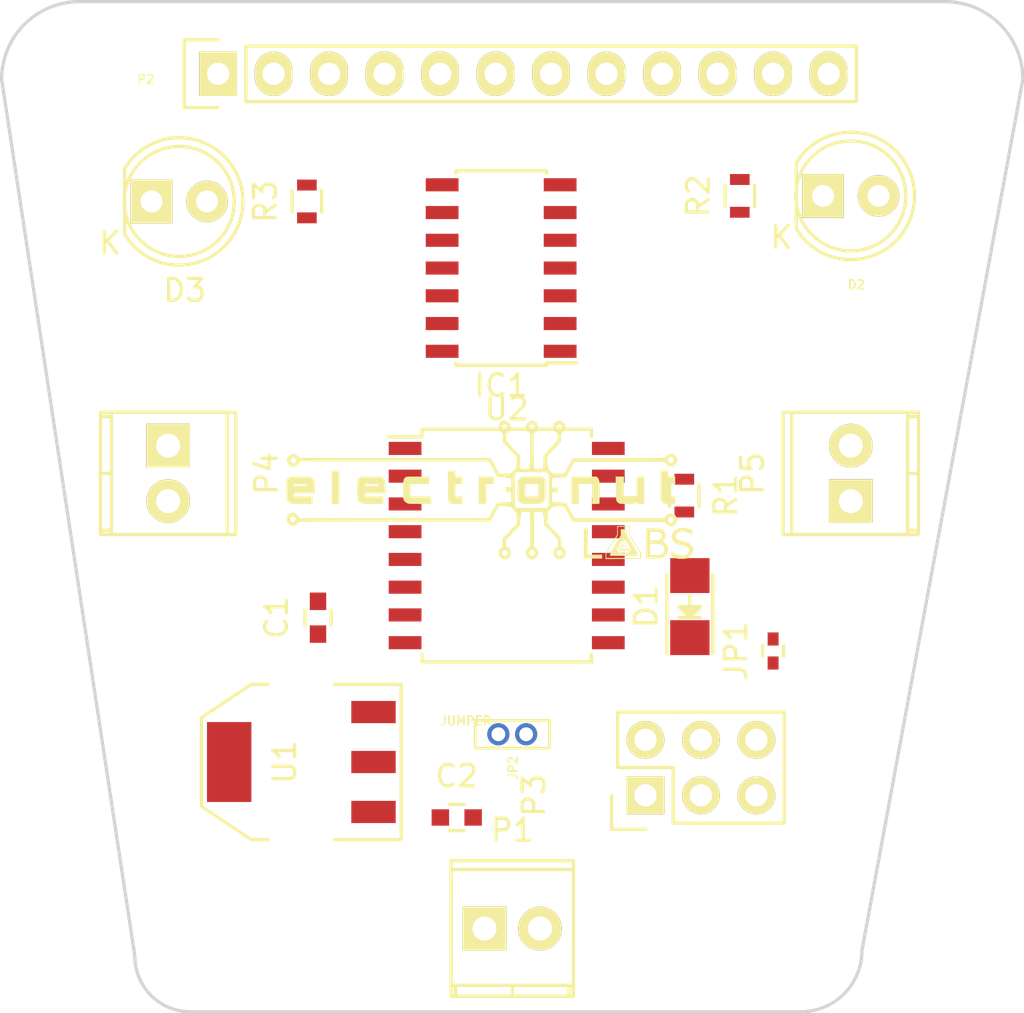
<source format=kicad_pcb>
(kicad_pcb (version 4) (host pcbnew 4.0.1-stable)

  (general
    (links 53)
    (no_connects 53)
    (area 119.812999 63.932999 166.699001 110.311001)
    (thickness 1.6)
    (drawings 8)
    (tracks 0)
    (zones 0)
    (modules 19)
    (nets 25)
  )

  (page A4)
  (layers
    (0 F.Cu signal)
    (31 B.Cu signal)
    (32 B.Adhes user)
    (33 F.Adhes user)
    (34 B.Paste user)
    (35 F.Paste user)
    (36 B.SilkS user)
    (37 F.SilkS user)
    (38 B.Mask user)
    (39 F.Mask user)
    (40 Dwgs.User user)
    (41 Cmts.User user)
    (42 Eco1.User user)
    (43 Eco2.User user)
    (44 Edge.Cuts user)
    (45 Margin user)
    (46 B.CrtYd user)
    (47 F.CrtYd user)
    (48 B.Fab user)
    (49 F.Fab user)
  )

  (setup
    (last_trace_width 0.25)
    (trace_clearance 0.2)
    (zone_clearance 0.508)
    (zone_45_only no)
    (trace_min 0.2)
    (segment_width 0.2)
    (edge_width 0.15)
    (via_size 0.6)
    (via_drill 0.4)
    (via_min_size 0.4)
    (via_min_drill 0.3)
    (uvia_size 0.3)
    (uvia_drill 0.1)
    (uvias_allowed no)
    (uvia_min_size 0.2)
    (uvia_min_drill 0.1)
    (pcb_text_width 0.3)
    (pcb_text_size 1.5 1.5)
    (mod_edge_width 0.15)
    (mod_text_size 1 1)
    (mod_text_width 0.15)
    (pad_size 1.524 1.524)
    (pad_drill 0.762)
    (pad_to_mask_clearance 0.2)
    (aux_axis_origin 0 0)
    (visible_elements 7FFFFFFF)
    (pcbplotparams
      (layerselection 0x00030_80000001)
      (usegerberextensions false)
      (excludeedgelayer true)
      (linewidth 0.100000)
      (plotframeref false)
      (viasonmask false)
      (mode 1)
      (useauxorigin false)
      (hpglpennumber 1)
      (hpglpenspeed 20)
      (hpglpendiameter 15)
      (hpglpenoverlay 2)
      (psnegative false)
      (psa4output false)
      (plotreference true)
      (plotvalue true)
      (plotinvisibletext false)
      (padsonsilk false)
      (subtractmaskfromsilk false)
      (outputformat 1)
      (mirror false)
      (drillshape 1)
      (scaleselection 1)
      (outputdirectory ""))
  )

  (net 0 "")
  (net 1 VIN)
  (net 2 GND)
  (net 3 VCC)
  (net 4 "Net-(D1-Pad1)")
  (net 5 "Net-(D2-Pad2)")
  (net 6 "Net-(D3-Pad2)")
  (net 7 DIR2A)
  (net 8 DIR2B)
  (net 9 RESET)
  (net 10 "Net-(IC1-Pad5)")
  (net 11 "Net-(IC1-Pad6)")
  (net 12 MOSI)
  (net 13 MISO)
  (net 14 SCK)
  (net 15 DIR1A)
  (net 16 DIR1B)
  (net 17 "Net-(IC1-Pad12)")
  (net 18 "Net-(IC1-Pad13)")
  (net 19 "Net-(JP1-Pad1)")
  (net 20 "Net-(JP2-Pad2)")
  (net 21 "Net-(P4-Pad1)")
  (net 22 "Net-(P4-Pad2)")
  (net 23 "Net-(P5-Pad1)")
  (net 24 "Net-(P5-Pad2)")

  (net_class Default "This is the default net class."
    (clearance 0.2)
    (trace_width 0.25)
    (via_dia 0.6)
    (via_drill 0.4)
    (uvia_dia 0.3)
    (uvia_drill 0.1)
    (add_net DIR1A)
    (add_net DIR1B)
    (add_net DIR2A)
    (add_net DIR2B)
    (add_net GND)
    (add_net MISO)
    (add_net MOSI)
    (add_net "Net-(D1-Pad1)")
    (add_net "Net-(D2-Pad2)")
    (add_net "Net-(D3-Pad2)")
    (add_net "Net-(IC1-Pad12)")
    (add_net "Net-(IC1-Pad13)")
    (add_net "Net-(IC1-Pad5)")
    (add_net "Net-(IC1-Pad6)")
    (add_net "Net-(JP1-Pad1)")
    (add_net "Net-(JP2-Pad2)")
    (add_net "Net-(P4-Pad1)")
    (add_net "Net-(P4-Pad2)")
    (add_net "Net-(P5-Pad1)")
    (add_net "Net-(P5-Pad2)")
    (add_net RESET)
    (add_net SCK)
    (add_net VCC)
    (add_net VIN)
  )

  (module Capacitors_SMD:C_0402 (layer F.Cu) (tedit 56DD5386) (tstamp 56DBF77A)
    (at 155.194 93.726 90)
    (descr "Capacitor SMD 0402, reflow soldering, AVX (see smccp.pdf)")
    (tags "capacitor 0402")
    (path /56DBBF78)
    (attr smd)
    (fp_text reference JP1 (at 0 -1.7 90) (layer F.SilkS)
      (effects (font (size 1 1) (thickness 0.15)))
    )
    (fp_text value JUMPER (at 0 1.7 90) (layer F.Fab) hide
      (effects (font (size 1 1) (thickness 0.15)))
    )
    (fp_line (start -1.15 -0.6) (end 1.15 -0.6) (layer F.CrtYd) (width 0.05))
    (fp_line (start -1.15 0.6) (end 1.15 0.6) (layer F.CrtYd) (width 0.05))
    (fp_line (start -1.15 -0.6) (end -1.15 0.6) (layer F.CrtYd) (width 0.05))
    (fp_line (start 1.15 -0.6) (end 1.15 0.6) (layer F.CrtYd) (width 0.05))
    (fp_line (start 0.25 -0.475) (end -0.25 -0.475) (layer F.SilkS) (width 0.15))
    (fp_line (start -0.25 0.475) (end 0.25 0.475) (layer F.SilkS) (width 0.15))
    (pad 1 smd rect (at -0.55 0 90) (size 0.6 0.5) (layers F.Cu F.Paste F.Mask)
      (net 19 "Net-(JP1-Pad1)"))
    (pad 2 smd rect (at 0.55 0 90) (size 0.6 0.5) (layers F.Cu F.Paste F.Mask)
      (net 2 GND))
    (model Capacitors_SMD.3dshapes/C_0402.wrl
      (at (xyz 0 0 0))
      (scale (xyz 1 1 1))
      (rotate (xyz 0 0 0))
    )
  )

  (module Pin_Headers:Pin_Header_Straight_1x12 (layer F.Cu) (tedit 56DD5425) (tstamp 56DBF796)
    (at 129.794 67.31 90)
    (descr "Through hole pin header")
    (tags "pin header")
    (path /56DBE3F8)
    (fp_text reference P2 (at -0.254 -3.302 180) (layer F.SilkS)
      (effects (font (size 0.4 0.4) (thickness 0.08)))
    )
    (fp_text value "PIN Breakout" (at 0 -3.1 90) (layer F.Fab) hide
      (effects (font (size 1 1) (thickness 0.15)))
    )
    (fp_line (start -1.75 -1.75) (end -1.75 29.7) (layer F.CrtYd) (width 0.05))
    (fp_line (start 1.75 -1.75) (end 1.75 29.7) (layer F.CrtYd) (width 0.05))
    (fp_line (start -1.75 -1.75) (end 1.75 -1.75) (layer F.CrtYd) (width 0.05))
    (fp_line (start -1.75 29.7) (end 1.75 29.7) (layer F.CrtYd) (width 0.05))
    (fp_line (start 1.27 1.27) (end 1.27 29.21) (layer F.SilkS) (width 0.15))
    (fp_line (start 1.27 29.21) (end -1.27 29.21) (layer F.SilkS) (width 0.15))
    (fp_line (start -1.27 29.21) (end -1.27 1.27) (layer F.SilkS) (width 0.15))
    (fp_line (start 1.55 -1.55) (end 1.55 0) (layer F.SilkS) (width 0.15))
    (fp_line (start 1.27 1.27) (end -1.27 1.27) (layer F.SilkS) (width 0.15))
    (fp_line (start -1.55 0) (end -1.55 -1.55) (layer F.SilkS) (width 0.15))
    (fp_line (start -1.55 -1.55) (end 1.55 -1.55) (layer F.SilkS) (width 0.15))
    (pad 1 thru_hole rect (at 0 0 90) (size 2.032 1.7272) (drill 1.016) (layers *.Cu *.Mask F.SilkS)
      (net 18 "Net-(IC1-Pad13)"))
    (pad 2 thru_hole oval (at 0 2.54 90) (size 2.032 1.7272) (drill 1.016) (layers *.Cu *.Mask F.SilkS)
      (net 17 "Net-(IC1-Pad12)"))
    (pad 3 thru_hole oval (at 0 5.08 90) (size 2.032 1.7272) (drill 1.016) (layers *.Cu *.Mask F.SilkS)
      (net 16 DIR1B))
    (pad 4 thru_hole oval (at 0 7.62 90) (size 2.032 1.7272) (drill 1.016) (layers *.Cu *.Mask F.SilkS)
      (net 15 DIR1A))
    (pad 5 thru_hole oval (at 0 10.16 90) (size 2.032 1.7272) (drill 1.016) (layers *.Cu *.Mask F.SilkS)
      (net 14 SCK))
    (pad 6 thru_hole oval (at 0 12.7 90) (size 2.032 1.7272) (drill 1.016) (layers *.Cu *.Mask F.SilkS)
      (net 13 MISO))
    (pad 7 thru_hole oval (at 0 15.24 90) (size 2.032 1.7272) (drill 1.016) (layers *.Cu *.Mask F.SilkS)
      (net 12 MOSI))
    (pad 8 thru_hole oval (at 0 17.78 90) (size 2.032 1.7272) (drill 1.016) (layers *.Cu *.Mask F.SilkS)
      (net 11 "Net-(IC1-Pad6)"))
    (pad 9 thru_hole oval (at 0 20.32 90) (size 2.032 1.7272) (drill 1.016) (layers *.Cu *.Mask F.SilkS)
      (net 7 DIR2A))
    (pad 10 thru_hole oval (at 0 22.86 90) (size 2.032 1.7272) (drill 1.016) (layers *.Cu *.Mask F.SilkS)
      (net 8 DIR2B))
    (pad 11 thru_hole oval (at 0 25.4 90) (size 2.032 1.7272) (drill 1.016) (layers *.Cu *.Mask F.SilkS)
      (net 10 "Net-(IC1-Pad5)"))
    (pad 12 thru_hole oval (at 0 27.94 90) (size 2.032 1.7272) (drill 1.016) (layers *.Cu *.Mask F.SilkS)
      (net 9 RESET))
    (model Pin_Headers.3dshapes/Pin_Header_Straight_1x12.wrl
      (at (xyz 0 -0.55 0))
      (scale (xyz 1 1 1))
      (rotate (xyz 0 0 90))
    )
  )

  (module Pin_Headers:Pin_Header_Straight_2x03 (layer F.Cu) (tedit 56DD5389) (tstamp 56DBF7A0)
    (at 149.352 100.33 90)
    (descr "Through hole pin header")
    (tags "pin header")
    (path /56DBB664)
    (fp_text reference P3 (at 0 -5.1 90) (layer F.SilkS)
      (effects (font (size 1 1) (thickness 0.15)))
    )
    (fp_text value ICSP (at 0 -3.1 90) (layer F.Fab) hide
      (effects (font (size 1 1) (thickness 0.15)))
    )
    (fp_line (start -1.27 1.27) (end -1.27 6.35) (layer F.SilkS) (width 0.15))
    (fp_line (start -1.55 -1.55) (end 0 -1.55) (layer F.SilkS) (width 0.15))
    (fp_line (start -1.75 -1.75) (end -1.75 6.85) (layer F.CrtYd) (width 0.05))
    (fp_line (start 4.3 -1.75) (end 4.3 6.85) (layer F.CrtYd) (width 0.05))
    (fp_line (start -1.75 -1.75) (end 4.3 -1.75) (layer F.CrtYd) (width 0.05))
    (fp_line (start -1.75 6.85) (end 4.3 6.85) (layer F.CrtYd) (width 0.05))
    (fp_line (start 1.27 -1.27) (end 1.27 1.27) (layer F.SilkS) (width 0.15))
    (fp_line (start 1.27 1.27) (end -1.27 1.27) (layer F.SilkS) (width 0.15))
    (fp_line (start -1.27 6.35) (end 3.81 6.35) (layer F.SilkS) (width 0.15))
    (fp_line (start 3.81 6.35) (end 3.81 1.27) (layer F.SilkS) (width 0.15))
    (fp_line (start -1.55 -1.55) (end -1.55 0) (layer F.SilkS) (width 0.15))
    (fp_line (start 3.81 -1.27) (end 1.27 -1.27) (layer F.SilkS) (width 0.15))
    (fp_line (start 3.81 1.27) (end 3.81 -1.27) (layer F.SilkS) (width 0.15))
    (pad 1 thru_hole rect (at 0 0 90) (size 1.7272 1.7272) (drill 1.016) (layers *.Cu *.Mask F.SilkS)
      (net 13 MISO))
    (pad 2 thru_hole oval (at 2.54 0 90) (size 1.7272 1.7272) (drill 1.016) (layers *.Cu *.Mask F.SilkS)
      (net 3 VCC))
    (pad 3 thru_hole oval (at 0 2.54 90) (size 1.7272 1.7272) (drill 1.016) (layers *.Cu *.Mask F.SilkS)
      (net 14 SCK))
    (pad 4 thru_hole oval (at 2.54 2.54 90) (size 1.7272 1.7272) (drill 1.016) (layers *.Cu *.Mask F.SilkS)
      (net 12 MOSI))
    (pad 5 thru_hole oval (at 0 5.08 90) (size 1.7272 1.7272) (drill 1.016) (layers *.Cu *.Mask F.SilkS)
      (net 9 RESET))
    (pad 6 thru_hole oval (at 2.54 5.08 90) (size 1.7272 1.7272) (drill 1.016) (layers *.Cu *.Mask F.SilkS)
      (net 2 GND))
    (model Pin_Headers.3dshapes/Pin_Header_Straight_2x03.wrl
      (at (xyz 0.05 -0.1 0))
      (scale (xyz 1 1 1))
      (rotate (xyz 0 0 90))
    )
  )

  (module Capacitors_SMD:C_0603 (layer F.Cu) (tedit 56DD5399) (tstamp 56DCF72E)
    (at 134.366 92.202 90)
    (descr "Capacitor SMD 0603, reflow soldering, AVX (see smccp.pdf)")
    (tags "capacitor 0603")
    (path /56DC0BCC)
    (attr smd)
    (fp_text reference C1 (at 0 -1.9 90) (layer F.SilkS)
      (effects (font (size 1 1) (thickness 0.15)))
    )
    (fp_text value 0.1uF (at 0 1.9 90) (layer F.Fab) hide
      (effects (font (size 1 1) (thickness 0.15)))
    )
    (fp_line (start -1.45 -0.75) (end 1.45 -0.75) (layer F.CrtYd) (width 0.05))
    (fp_line (start -1.45 0.75) (end 1.45 0.75) (layer F.CrtYd) (width 0.05))
    (fp_line (start -1.45 -0.75) (end -1.45 0.75) (layer F.CrtYd) (width 0.05))
    (fp_line (start 1.45 -0.75) (end 1.45 0.75) (layer F.CrtYd) (width 0.05))
    (fp_line (start -0.35 -0.6) (end 0.35 -0.6) (layer F.SilkS) (width 0.15))
    (fp_line (start 0.35 0.6) (end -0.35 0.6) (layer F.SilkS) (width 0.15))
    (pad 1 smd rect (at -0.75 0 90) (size 0.8 0.75) (layers F.Cu F.Paste F.Mask)
      (net 1 VIN))
    (pad 2 smd rect (at 0.75 0 90) (size 0.8 0.75) (layers F.Cu F.Paste F.Mask)
      (net 2 GND))
    (model Capacitors_SMD.3dshapes/C_0603.wrl
      (at (xyz 0 0 0))
      (scale (xyz 1 1 1))
      (rotate (xyz 0 0 0))
    )
  )

  (module Capacitors_SMD:C_0603 (layer F.Cu) (tedit 56DD5397) (tstamp 56DCF733)
    (at 140.716 101.346)
    (descr "Capacitor SMD 0603, reflow soldering, AVX (see smccp.pdf)")
    (tags "capacitor 0603")
    (path /56DC0D30)
    (attr smd)
    (fp_text reference C2 (at 0 -1.9) (layer F.SilkS)
      (effects (font (size 1 1) (thickness 0.15)))
    )
    (fp_text value 10uF (at 0 1.9) (layer F.Fab) hide
      (effects (font (size 1 1) (thickness 0.15)))
    )
    (fp_line (start -1.45 -0.75) (end 1.45 -0.75) (layer F.CrtYd) (width 0.05))
    (fp_line (start -1.45 0.75) (end 1.45 0.75) (layer F.CrtYd) (width 0.05))
    (fp_line (start -1.45 -0.75) (end -1.45 0.75) (layer F.CrtYd) (width 0.05))
    (fp_line (start 1.45 -0.75) (end 1.45 0.75) (layer F.CrtYd) (width 0.05))
    (fp_line (start -0.35 -0.6) (end 0.35 -0.6) (layer F.SilkS) (width 0.15))
    (fp_line (start 0.35 0.6) (end -0.35 0.6) (layer F.SilkS) (width 0.15))
    (pad 1 smd rect (at -0.75 0) (size 0.8 0.75) (layers F.Cu F.Paste F.Mask)
      (net 3 VCC))
    (pad 2 smd rect (at 0.75 0) (size 0.8 0.75) (layers F.Cu F.Paste F.Mask)
      (net 2 GND))
    (model Capacitors_SMD.3dshapes/C_0603.wrl
      (at (xyz 0 0 0))
      (scale (xyz 1 1 1))
      (rotate (xyz 0 0 0))
    )
  )

  (module LEDs:LED_1206 (layer F.Cu) (tedit 56DD5393) (tstamp 56DCF738)
    (at 151.384 91.694 90)
    (descr "LED 1206 smd package")
    (tags "LED1206 SMD")
    (path /56DB9182)
    (attr smd)
    (fp_text reference D1 (at 0 -2 90) (layer F.SilkS)
      (effects (font (size 1 1) (thickness 0.15)))
    )
    (fp_text value "RED LED" (at 0 2 90) (layer F.Fab) hide
      (effects (font (size 1 1) (thickness 0.15)))
    )
    (fp_line (start -2.15 1.05) (end 1.45 1.05) (layer F.SilkS) (width 0.15))
    (fp_line (start -2.15 -1.05) (end 1.45 -1.05) (layer F.SilkS) (width 0.15))
    (fp_line (start -0.1 -0.3) (end -0.1 0.3) (layer F.SilkS) (width 0.15))
    (fp_line (start -0.1 0.3) (end -0.4 0) (layer F.SilkS) (width 0.15))
    (fp_line (start -0.4 0) (end -0.2 -0.2) (layer F.SilkS) (width 0.15))
    (fp_line (start -0.2 -0.2) (end -0.2 0.05) (layer F.SilkS) (width 0.15))
    (fp_line (start -0.2 0.05) (end -0.25 0) (layer F.SilkS) (width 0.15))
    (fp_line (start -0.5 -0.5) (end -0.5 0.5) (layer F.SilkS) (width 0.15))
    (fp_line (start 0 0) (end 0.5 0) (layer F.SilkS) (width 0.15))
    (fp_line (start -0.5 0) (end 0 -0.5) (layer F.SilkS) (width 0.15))
    (fp_line (start 0 -0.5) (end 0 0.5) (layer F.SilkS) (width 0.15))
    (fp_line (start 0 0.5) (end -0.5 0) (layer F.SilkS) (width 0.15))
    (fp_line (start 2.5 -1.25) (end -2.5 -1.25) (layer F.CrtYd) (width 0.05))
    (fp_line (start -2.5 -1.25) (end -2.5 1.25) (layer F.CrtYd) (width 0.05))
    (fp_line (start -2.5 1.25) (end 2.5 1.25) (layer F.CrtYd) (width 0.05))
    (fp_line (start 2.5 1.25) (end 2.5 -1.25) (layer F.CrtYd) (width 0.05))
    (pad 2 smd rect (at 1.41986 0 270) (size 1.59766 1.80086) (layers F.Cu F.Paste F.Mask)
      (net 3 VCC))
    (pad 1 smd rect (at -1.41986 0 270) (size 1.59766 1.80086) (layers F.Cu F.Paste F.Mask)
      (net 4 "Net-(D1-Pad1)"))
    (model LEDs.3dshapes/LED_1206.wrl
      (at (xyz 0 0 0))
      (scale (xyz 1 1 1))
      (rotate (xyz 0 0 180))
    )
  )

  (module Housings_SOIC:SOIC-14_3.9x8.7mm_Pitch1.27mm (layer F.Cu) (tedit 56DD538F) (tstamp 56DCF747)
    (at 142.748 76.2 180)
    (descr "14-Lead Plastic Small Outline (SL) - Narrow, 3.90 mm Body [SOIC] (see Microchip Packaging Specification 00000049BS.pdf)")
    (tags "SOIC 1.27")
    (path /56DB9101)
    (attr smd)
    (fp_text reference IC1 (at 0 -5.375 180) (layer F.SilkS)
      (effects (font (size 1 1) (thickness 0.15)))
    )
    (fp_text value ATTINY84-P (at 0 5.375 180) (layer F.Fab) hide
      (effects (font (size 1 1) (thickness 0.15)))
    )
    (fp_line (start -3.7 -4.65) (end -3.7 4.65) (layer F.CrtYd) (width 0.05))
    (fp_line (start 3.7 -4.65) (end 3.7 4.65) (layer F.CrtYd) (width 0.05))
    (fp_line (start -3.7 -4.65) (end 3.7 -4.65) (layer F.CrtYd) (width 0.05))
    (fp_line (start -3.7 4.65) (end 3.7 4.65) (layer F.CrtYd) (width 0.05))
    (fp_line (start -2.075 -4.45) (end -2.075 -4.335) (layer F.SilkS) (width 0.15))
    (fp_line (start 2.075 -4.45) (end 2.075 -4.335) (layer F.SilkS) (width 0.15))
    (fp_line (start 2.075 4.45) (end 2.075 4.335) (layer F.SilkS) (width 0.15))
    (fp_line (start -2.075 4.45) (end -2.075 4.335) (layer F.SilkS) (width 0.15))
    (fp_line (start -2.075 -4.45) (end 2.075 -4.45) (layer F.SilkS) (width 0.15))
    (fp_line (start -2.075 4.45) (end 2.075 4.45) (layer F.SilkS) (width 0.15))
    (fp_line (start -2.075 -4.335) (end -3.45 -4.335) (layer F.SilkS) (width 0.15))
    (pad 1 smd rect (at -2.7 -3.81 180) (size 1.5 0.6) (layers F.Cu F.Paste F.Mask)
      (net 3 VCC))
    (pad 2 smd rect (at -2.7 -2.54 180) (size 1.5 0.6) (layers F.Cu F.Paste F.Mask)
      (net 7 DIR2A))
    (pad 3 smd rect (at -2.7 -1.27 180) (size 1.5 0.6) (layers F.Cu F.Paste F.Mask)
      (net 8 DIR2B))
    (pad 4 smd rect (at -2.7 0 180) (size 1.5 0.6) (layers F.Cu F.Paste F.Mask)
      (net 9 RESET))
    (pad 5 smd rect (at -2.7 1.27 180) (size 1.5 0.6) (layers F.Cu F.Paste F.Mask)
      (net 10 "Net-(IC1-Pad5)"))
    (pad 6 smd rect (at -2.7 2.54 180) (size 1.5 0.6) (layers F.Cu F.Paste F.Mask)
      (net 11 "Net-(IC1-Pad6)"))
    (pad 7 smd rect (at -2.7 3.81 180) (size 1.5 0.6) (layers F.Cu F.Paste F.Mask)
      (net 12 MOSI))
    (pad 8 smd rect (at 2.7 3.81 180) (size 1.5 0.6) (layers F.Cu F.Paste F.Mask)
      (net 13 MISO))
    (pad 9 smd rect (at 2.7 2.54 180) (size 1.5 0.6) (layers F.Cu F.Paste F.Mask)
      (net 14 SCK))
    (pad 10 smd rect (at 2.7 1.27 180) (size 1.5 0.6) (layers F.Cu F.Paste F.Mask)
      (net 15 DIR1A))
    (pad 11 smd rect (at 2.7 0 180) (size 1.5 0.6) (layers F.Cu F.Paste F.Mask)
      (net 16 DIR1B))
    (pad 12 smd rect (at 2.7 -1.27 180) (size 1.5 0.6) (layers F.Cu F.Paste F.Mask)
      (net 17 "Net-(IC1-Pad12)"))
    (pad 13 smd rect (at 2.7 -2.54 180) (size 1.5 0.6) (layers F.Cu F.Paste F.Mask)
      (net 18 "Net-(IC1-Pad13)"))
    (pad 14 smd rect (at 2.7 -3.81 180) (size 1.5 0.6) (layers F.Cu F.Paste F.Mask)
      (net 2 GND))
    (model Housings_SOIC.3dshapes/SOIC-14_3.9x8.7mm_Pitch1.27mm.wrl
      (at (xyz 0 0 0))
      (scale (xyz 1 1 1))
      (rotate (xyz 0 0 0))
    )
  )

  (module Resistors_SMD:R_0603 (layer F.Cu) (tedit 56DD539C) (tstamp 56DCF758)
    (at 151.13 86.614 270)
    (descr "Resistor SMD 0603, reflow soldering, Vishay (see dcrcw.pdf)")
    (tags "resistor 0603")
    (path /56DBBA68)
    (attr smd)
    (fp_text reference R1 (at 0 -1.9 270) (layer F.SilkS)
      (effects (font (size 1 1) (thickness 0.15)))
    )
    (fp_text value 330 (at 0 1.9 270) (layer F.Fab) hide
      (effects (font (size 1 1) (thickness 0.15)))
    )
    (fp_line (start -1.3 -0.8) (end 1.3 -0.8) (layer F.CrtYd) (width 0.05))
    (fp_line (start -1.3 0.8) (end 1.3 0.8) (layer F.CrtYd) (width 0.05))
    (fp_line (start -1.3 -0.8) (end -1.3 0.8) (layer F.CrtYd) (width 0.05))
    (fp_line (start 1.3 -0.8) (end 1.3 0.8) (layer F.CrtYd) (width 0.05))
    (fp_line (start 0.5 0.675) (end -0.5 0.675) (layer F.SilkS) (width 0.15))
    (fp_line (start -0.5 -0.675) (end 0.5 -0.675) (layer F.SilkS) (width 0.15))
    (pad 1 smd rect (at -0.75 0 270) (size 0.5 0.9) (layers F.Cu F.Paste F.Mask)
      (net 4 "Net-(D1-Pad1)"))
    (pad 2 smd rect (at 0.75 0 270) (size 0.5 0.9) (layers F.Cu F.Paste F.Mask)
      (net 19 "Net-(JP1-Pad1)"))
    (model Resistors_SMD.3dshapes/R_0603.wrl
      (at (xyz 0 0 0))
      (scale (xyz 1 1 1))
      (rotate (xyz 0 0 0))
    )
  )

  (module Resistors_SMD:R_0603 (layer F.Cu) (tedit 56DD5218) (tstamp 56DCF75D)
    (at 153.67 72.898 90)
    (descr "Resistor SMD 0603, reflow soldering, Vishay (see dcrcw.pdf)")
    (tags "resistor 0603")
    (path /56DBB6F7)
    (attr smd)
    (fp_text reference R2 (at 0 -1.9 90) (layer F.SilkS)
      (effects (font (size 1 1) (thickness 0.15)))
    )
    (fp_text value 330 (at 0 1.9 90) (layer F.Fab) hide
      (effects (font (size 1 1) (thickness 0.15)))
    )
    (fp_line (start -1.3 -0.8) (end 1.3 -0.8) (layer F.CrtYd) (width 0.05))
    (fp_line (start -1.3 0.8) (end 1.3 0.8) (layer F.CrtYd) (width 0.05))
    (fp_line (start -1.3 -0.8) (end -1.3 0.8) (layer F.CrtYd) (width 0.05))
    (fp_line (start 1.3 -0.8) (end 1.3 0.8) (layer F.CrtYd) (width 0.05))
    (fp_line (start 0.5 0.675) (end -0.5 0.675) (layer F.SilkS) (width 0.15))
    (fp_line (start -0.5 -0.675) (end 0.5 -0.675) (layer F.SilkS) (width 0.15))
    (pad 1 smd rect (at -0.75 0 90) (size 0.5 0.9) (layers F.Cu F.Paste F.Mask)
      (net 5 "Net-(D2-Pad2)"))
    (pad 2 smd rect (at 0.75 0 90) (size 0.5 0.9) (layers F.Cu F.Paste F.Mask)
      (net 17 "Net-(IC1-Pad12)"))
    (model Resistors_SMD.3dshapes/R_0603.wrl
      (at (xyz 0 0 0))
      (scale (xyz 1 1 1))
      (rotate (xyz 0 0 0))
    )
  )

  (module Resistors_SMD:R_0603 (layer F.Cu) (tedit 56DD5214) (tstamp 56DCF762)
    (at 133.858 73.152 90)
    (descr "Resistor SMD 0603, reflow soldering, Vishay (see dcrcw.pdf)")
    (tags "resistor 0603")
    (path /56DBB72A)
    (attr smd)
    (fp_text reference R3 (at 0 -1.9 90) (layer F.SilkS)
      (effects (font (size 1 1) (thickness 0.15)))
    )
    (fp_text value 330 (at 0 1.9 90) (layer F.Fab) hide
      (effects (font (size 1 1) (thickness 0.15)))
    )
    (fp_line (start -1.3 -0.8) (end 1.3 -0.8) (layer F.CrtYd) (width 0.05))
    (fp_line (start -1.3 0.8) (end 1.3 0.8) (layer F.CrtYd) (width 0.05))
    (fp_line (start -1.3 -0.8) (end -1.3 0.8) (layer F.CrtYd) (width 0.05))
    (fp_line (start 1.3 -0.8) (end 1.3 0.8) (layer F.CrtYd) (width 0.05))
    (fp_line (start 0.5 0.675) (end -0.5 0.675) (layer F.SilkS) (width 0.15))
    (fp_line (start -0.5 -0.675) (end 0.5 -0.675) (layer F.SilkS) (width 0.15))
    (pad 1 smd rect (at -0.75 0 90) (size 0.5 0.9) (layers F.Cu F.Paste F.Mask)
      (net 6 "Net-(D3-Pad2)"))
    (pad 2 smd rect (at 0.75 0 90) (size 0.5 0.9) (layers F.Cu F.Paste F.Mask)
      (net 18 "Net-(IC1-Pad13)"))
    (model Resistors_SMD.3dshapes/R_0603.wrl
      (at (xyz 0 0 0))
      (scale (xyz 1 1 1))
      (rotate (xyz 0 0 0))
    )
  )

  (module tinybot:SOT-223 (layer F.Cu) (tedit 56DD5382) (tstamp 56DCF767)
    (at 133.604 98.806 90)
    (descr "module CMS SOT223 4 pins")
    (tags "CMS SOT")
    (path /56DBB8AC)
    (attr smd)
    (fp_text reference U1 (at 0 -0.762 90) (layer F.SilkS)
      (effects (font (size 1 1) (thickness 0.15)))
    )
    (fp_text value LD1117S33TR (at 0.254 0.508 90) (layer F.Fab) hide
      (effects (font (size 1 1) (thickness 0.15)))
    )
    (fp_line (start -3.556 1.524) (end -3.556 4.572) (layer F.SilkS) (width 0.15))
    (fp_line (start -3.556 4.572) (end 3.556 4.572) (layer F.SilkS) (width 0.15))
    (fp_line (start 3.556 4.572) (end 3.556 1.524) (layer F.SilkS) (width 0.15))
    (fp_line (start -3.556 -1.524) (end -3.556 -2.286) (layer F.SilkS) (width 0.15))
    (fp_line (start -3.556 -2.286) (end -2.032 -4.572) (layer F.SilkS) (width 0.15))
    (fp_line (start -2.032 -4.572) (end 2.032 -4.572) (layer F.SilkS) (width 0.15))
    (fp_line (start 2.032 -4.572) (end 3.556 -2.286) (layer F.SilkS) (width 0.15))
    (fp_line (start 3.556 -2.286) (end 3.556 -1.524) (layer F.SilkS) (width 0.15))
    (pad 4 smd rect (at 0 -3.302 90) (size 3.6576 2.032) (layers F.Cu F.Paste F.Mask))
    (pad 2 smd rect (at 0 3.302 90) (size 1.016 2.032) (layers F.Cu F.Paste F.Mask)
      (net 3 VCC))
    (pad 3 smd rect (at 2.286 3.302 90) (size 1.016 2.032) (layers F.Cu F.Paste F.Mask)
      (net 1 VIN))
    (pad 1 smd rect (at -2.286 3.302 90) (size 1.016 2.032) (layers F.Cu F.Paste F.Mask)
      (net 2 GND))
    (model TO_SOT_Packages_SMD.3dshapes/SOT-223.wrl
      (at (xyz 0 0 0))
      (scale (xyz 0.4 0.4 0.4))
      (rotate (xyz 0 0 0))
    )
  )

  (module Housings_SOIC:SOIC-16_7.5x10.3mm_Pitch1.27mm (layer F.Cu) (tedit 56DD521A) (tstamp 56DCF76E)
    (at 143.002 88.9)
    (descr "16-Lead Plastic Small Outline (SO) - Wide, 7.50 mm Body [SOIC] (see Microchip Packaging Specification 00000049BS.pdf)")
    (tags "SOIC 1.27")
    (path /56DBB564)
    (attr smd)
    (fp_text reference U2 (at 0 -6.25) (layer F.SilkS)
      (effects (font (size 1 1) (thickness 0.15)))
    )
    (fp_text value L293D (at 0 6.25) (layer F.Fab) hide
      (effects (font (size 1 1) (thickness 0.15)))
    )
    (fp_line (start -5.65 -5.5) (end -5.65 5.5) (layer F.CrtYd) (width 0.05))
    (fp_line (start 5.65 -5.5) (end 5.65 5.5) (layer F.CrtYd) (width 0.05))
    (fp_line (start -5.65 -5.5) (end 5.65 -5.5) (layer F.CrtYd) (width 0.05))
    (fp_line (start -5.65 5.5) (end 5.65 5.5) (layer F.CrtYd) (width 0.05))
    (fp_line (start -3.875 -5.325) (end -3.875 -4.97) (layer F.SilkS) (width 0.15))
    (fp_line (start 3.875 -5.325) (end 3.875 -4.97) (layer F.SilkS) (width 0.15))
    (fp_line (start 3.875 5.325) (end 3.875 4.97) (layer F.SilkS) (width 0.15))
    (fp_line (start -3.875 5.325) (end -3.875 4.97) (layer F.SilkS) (width 0.15))
    (fp_line (start -3.875 -5.325) (end 3.875 -5.325) (layer F.SilkS) (width 0.15))
    (fp_line (start -3.875 5.325) (end 3.875 5.325) (layer F.SilkS) (width 0.15))
    (fp_line (start -3.875 -4.97) (end -5.4 -4.97) (layer F.SilkS) (width 0.15))
    (pad 1 smd rect (at -4.65 -4.445) (size 1.5 0.6) (layers F.Cu F.Paste F.Mask)
      (net 12 MOSI))
    (pad 2 smd rect (at -4.65 -3.175) (size 1.5 0.6) (layers F.Cu F.Paste F.Mask)
      (net 15 DIR1A))
    (pad 3 smd rect (at -4.65 -1.905) (size 1.5 0.6) (layers F.Cu F.Paste F.Mask)
      (net 22 "Net-(P4-Pad2)"))
    (pad 4 smd rect (at -4.65 -0.635) (size 1.5 0.6) (layers F.Cu F.Paste F.Mask)
      (net 2 GND))
    (pad 5 smd rect (at -4.65 0.635) (size 1.5 0.6) (layers F.Cu F.Paste F.Mask)
      (net 2 GND))
    (pad 6 smd rect (at -4.65 1.905) (size 1.5 0.6) (layers F.Cu F.Paste F.Mask)
      (net 21 "Net-(P4-Pad1)"))
    (pad 7 smd rect (at -4.65 3.175) (size 1.5 0.6) (layers F.Cu F.Paste F.Mask)
      (net 16 DIR1B))
    (pad 8 smd rect (at -4.65 4.445) (size 1.5 0.6) (layers F.Cu F.Paste F.Mask)
      (net 20 "Net-(JP2-Pad2)"))
    (pad 9 smd rect (at 4.65 4.445) (size 1.5 0.6) (layers F.Cu F.Paste F.Mask)
      (net 13 MISO))
    (pad 10 smd rect (at 4.65 3.175) (size 1.5 0.6) (layers F.Cu F.Paste F.Mask)
      (net 7 DIR2A))
    (pad 11 smd rect (at 4.65 1.905) (size 1.5 0.6) (layers F.Cu F.Paste F.Mask)
      (net 24 "Net-(P5-Pad2)"))
    (pad 12 smd rect (at 4.65 0.635) (size 1.5 0.6) (layers F.Cu F.Paste F.Mask)
      (net 2 GND))
    (pad 13 smd rect (at 4.65 -0.635) (size 1.5 0.6) (layers F.Cu F.Paste F.Mask)
      (net 2 GND))
    (pad 14 smd rect (at 4.65 -1.905) (size 1.5 0.6) (layers F.Cu F.Paste F.Mask)
      (net 23 "Net-(P5-Pad1)"))
    (pad 15 smd rect (at 4.65 -3.175) (size 1.5 0.6) (layers F.Cu F.Paste F.Mask)
      (net 8 DIR2B))
    (pad 16 smd rect (at 4.65 -4.445) (size 1.5 0.6) (layers F.Cu F.Paste F.Mask)
      (net 20 "Net-(JP2-Pad2)"))
    (model Housings_SOIC.3dshapes/SOIC-16_7.5x10.3mm_Pitch1.27mm.wrl
      (at (xyz 0 0 0))
      (scale (xyz 1 1 1))
      (rotate (xyz 0 0 0))
    )
  )

  (module LEDs:LED-5MM (layer F.Cu) (tedit 56DD5439) (tstamp 56DCF86B)
    (at 157.48 72.898)
    (descr "LED 5mm round vertical")
    (tags "LED 5mm round vertical")
    (path /56DBBA98)
    (fp_text reference D2 (at 1.524 4.064) (layer F.SilkS)
      (effects (font (size 0.4 0.4) (thickness 0.08)))
    )
    (fp_text value LED (at 1.524 -3.937) (layer F.Fab) hide
      (effects (font (size 1 1) (thickness 0.15)))
    )
    (fp_line (start -1.5 -1.55) (end -1.5 1.55) (layer F.CrtYd) (width 0.05))
    (fp_arc (start 1.3 0) (end -1.5 1.55) (angle -302) (layer F.CrtYd) (width 0.05))
    (fp_arc (start 1.27 0) (end -1.23 -1.5) (angle 297.5) (layer F.SilkS) (width 0.15))
    (fp_line (start -1.23 1.5) (end -1.23 -1.5) (layer F.SilkS) (width 0.15))
    (fp_circle (center 1.27 0) (end 0.97 -2.5) (layer F.SilkS) (width 0.15))
    (fp_text user K (at -1.905 1.905) (layer F.SilkS)
      (effects (font (size 1 1) (thickness 0.15)))
    )
    (pad 1 thru_hole rect (at 0 0 90) (size 2 1.9) (drill 1.00076) (layers *.Cu *.Mask F.SilkS)
      (net 2 GND))
    (pad 2 thru_hole circle (at 2.54 0) (size 1.9 1.9) (drill 1.00076) (layers *.Cu *.Mask F.SilkS)
      (net 5 "Net-(D2-Pad2)"))
    (model LEDs.3dshapes/LED-5MM.wrl
      (at (xyz 0.05 0 0))
      (scale (xyz 1 1 1))
      (rotate (xyz 0 0 90))
    )
  )

  (module LEDs:LED-5MM (layer F.Cu) (tedit 56DD520C) (tstamp 56DCF870)
    (at 126.746 73.152)
    (descr "LED 5mm round vertical")
    (tags "LED 5mm round vertical")
    (path /56DB9145)
    (fp_text reference D3 (at 1.524 4.064) (layer F.SilkS)
      (effects (font (size 1 1) (thickness 0.15)))
    )
    (fp_text value LED (at 1.524 -3.937) (layer F.Fab) hide
      (effects (font (size 1 1) (thickness 0.15)))
    )
    (fp_line (start -1.5 -1.55) (end -1.5 1.55) (layer F.CrtYd) (width 0.05))
    (fp_arc (start 1.3 0) (end -1.5 1.55) (angle -302) (layer F.CrtYd) (width 0.05))
    (fp_arc (start 1.27 0) (end -1.23 -1.5) (angle 297.5) (layer F.SilkS) (width 0.15))
    (fp_line (start -1.23 1.5) (end -1.23 -1.5) (layer F.SilkS) (width 0.15))
    (fp_circle (center 1.27 0) (end 0.97 -2.5) (layer F.SilkS) (width 0.15))
    (fp_text user K (at -1.905 1.905) (layer F.SilkS)
      (effects (font (size 1 1) (thickness 0.15)))
    )
    (pad 1 thru_hole rect (at 0 0 90) (size 2 1.9) (drill 1.00076) (layers *.Cu *.Mask F.SilkS)
      (net 2 GND))
    (pad 2 thru_hole circle (at 2.54 0) (size 1.9 1.9) (drill 1.00076) (layers *.Cu *.Mask F.SilkS)
      (net 6 "Net-(D3-Pad2)"))
    (model LEDs.3dshapes/LED-5MM.wrl
      (at (xyz 0.05 0 0))
      (scale (xyz 1 1 1))
      (rotate (xyz 0 0 90))
    )
  )

  (module Terminal_Blocks:TerminalBlock_Pheonix_MPT-2.54mm_2pol (layer F.Cu) (tedit 56DD5221) (tstamp 56DCF875)
    (at 127.508 84.328 270)
    (descr "2-way 2.54mm pitch terminal block, Phoenix MPT series")
    (path /56DBF2EA)
    (fp_text reference P4 (at 1.27 -4.50088 270) (layer F.SilkS)
      (effects (font (size 1 1) (thickness 0.15)))
    )
    (fp_text value M1 (at 1.27 4.50088 270) (layer F.Fab) hide
      (effects (font (size 1 1) (thickness 0.15)))
    )
    (fp_line (start -1.7 -3.3) (end 4.3 -3.3) (layer F.CrtYd) (width 0.05))
    (fp_line (start -1.7 3.3) (end -1.7 -3.3) (layer F.CrtYd) (width 0.05))
    (fp_line (start 4.3 3.3) (end -1.7 3.3) (layer F.CrtYd) (width 0.05))
    (fp_line (start 4.3 -3.3) (end 4.3 3.3) (layer F.CrtYd) (width 0.05))
    (fp_line (start 4.06908 2.60096) (end -1.52908 2.60096) (layer F.SilkS) (width 0.15))
    (fp_line (start -1.33096 3.0988) (end -1.33096 2.60096) (layer F.SilkS) (width 0.15))
    (fp_line (start 3.87096 2.60096) (end 3.87096 3.0988) (layer F.SilkS) (width 0.15))
    (fp_line (start 1.27 3.0988) (end 1.27 2.60096) (layer F.SilkS) (width 0.15))
    (fp_line (start -1.52908 -2.70002) (end 4.06908 -2.70002) (layer F.SilkS) (width 0.15))
    (fp_line (start -1.52908 3.0988) (end 4.06908 3.0988) (layer F.SilkS) (width 0.15))
    (fp_line (start 4.06908 3.0988) (end 4.06908 -3.0988) (layer F.SilkS) (width 0.15))
    (fp_line (start 4.06908 -3.0988) (end -1.52908 -3.0988) (layer F.SilkS) (width 0.15))
    (fp_line (start -1.52908 -3.0988) (end -1.52908 3.0988) (layer F.SilkS) (width 0.15))
    (pad 2 thru_hole oval (at 2.54 0 270) (size 1.99898 1.99898) (drill 1.09728) (layers *.Cu *.Mask F.SilkS)
      (net 22 "Net-(P4-Pad2)"))
    (pad 1 thru_hole rect (at 0 0 270) (size 1.99898 1.99898) (drill 1.09728) (layers *.Cu *.Mask F.SilkS)
      (net 21 "Net-(P4-Pad1)"))
    (model Terminal_Blocks.3dshapes/TerminalBlock_Pheonix_MPT-2.54mm_2pol.wrl
      (at (xyz 0.05 0 0))
      (scale (xyz 1 1 1))
      (rotate (xyz 0 0 0))
    )
  )

  (module Terminal_Blocks:TerminalBlock_Pheonix_MPT-2.54mm_2pol (layer F.Cu) (tedit 56DD5225) (tstamp 56DCF87A)
    (at 158.75 86.868 90)
    (descr "2-way 2.54mm pitch terminal block, Phoenix MPT series")
    (path /56DBF569)
    (fp_text reference P5 (at 1.27 -4.50088 90) (layer F.SilkS)
      (effects (font (size 1 1) (thickness 0.15)))
    )
    (fp_text value M2 (at 1.27 4.50088 90) (layer F.Fab) hide
      (effects (font (size 1 1) (thickness 0.15)))
    )
    (fp_line (start -1.7 -3.3) (end 4.3 -3.3) (layer F.CrtYd) (width 0.05))
    (fp_line (start -1.7 3.3) (end -1.7 -3.3) (layer F.CrtYd) (width 0.05))
    (fp_line (start 4.3 3.3) (end -1.7 3.3) (layer F.CrtYd) (width 0.05))
    (fp_line (start 4.3 -3.3) (end 4.3 3.3) (layer F.CrtYd) (width 0.05))
    (fp_line (start 4.06908 2.60096) (end -1.52908 2.60096) (layer F.SilkS) (width 0.15))
    (fp_line (start -1.33096 3.0988) (end -1.33096 2.60096) (layer F.SilkS) (width 0.15))
    (fp_line (start 3.87096 2.60096) (end 3.87096 3.0988) (layer F.SilkS) (width 0.15))
    (fp_line (start 1.27 3.0988) (end 1.27 2.60096) (layer F.SilkS) (width 0.15))
    (fp_line (start -1.52908 -2.70002) (end 4.06908 -2.70002) (layer F.SilkS) (width 0.15))
    (fp_line (start -1.52908 3.0988) (end 4.06908 3.0988) (layer F.SilkS) (width 0.15))
    (fp_line (start 4.06908 3.0988) (end 4.06908 -3.0988) (layer F.SilkS) (width 0.15))
    (fp_line (start 4.06908 -3.0988) (end -1.52908 -3.0988) (layer F.SilkS) (width 0.15))
    (fp_line (start -1.52908 -3.0988) (end -1.52908 3.0988) (layer F.SilkS) (width 0.15))
    (pad 2 thru_hole oval (at 2.54 0 90) (size 1.99898 1.99898) (drill 1.09728) (layers *.Cu *.Mask F.SilkS)
      (net 24 "Net-(P5-Pad2)"))
    (pad 1 thru_hole rect (at 0 0 90) (size 1.99898 1.99898) (drill 1.09728) (layers *.Cu *.Mask F.SilkS)
      (net 23 "Net-(P5-Pad1)"))
    (model Terminal_Blocks.3dshapes/TerminalBlock_Pheonix_MPT-2.54mm_2pol.wrl
      (at (xyz 0.05 0 0))
      (scale (xyz 1 1 1))
      (rotate (xyz 0 0 0))
    )
  )

  (module tinybot:2P-1.27 (layer F.Cu) (tedit 55CC297E) (tstamp 56DD4F5E)
    (at 143.256 97.536 90)
    (path /56DBF9E9)
    (fp_text reference JP2 (at -0.95 -0.2 270) (layer F.SilkS)
      (effects (font (size 0.4 0.4) (thickness 0.08)) (justify right top))
    )
    (fp_text value JUMPER (at 0.85 -0.9 180) (layer F.SilkS)
      (effects (font (size 0.4 0.4) (thickness 0.08)) (justify right top))
    )
    (fp_line (start -0.635 -1.7) (end 0.635 -1.7) (layer F.SilkS) (width 0.127))
    (fp_line (start 0.635 -1.7) (end 0.635 1.7) (layer F.SilkS) (width 0.127))
    (fp_line (start 0.635 1.7) (end -0.635 1.7) (layer F.SilkS) (width 0.127))
    (fp_line (start -0.635 1.7) (end -0.635 -1.7) (layer F.SilkS) (width 0.127))
    (pad 1 thru_hole circle (at 0 -0.635 90) (size 1.016 1.016) (drill 0.635) (layers *.Cu *.Mask)
      (net 1 VIN))
    (pad 2 thru_hole circle (at 0 0.635 90) (size 1.016 1.016) (drill 0.635) (layers *.Cu *.Mask)
      (net 20 "Net-(JP2-Pad2)"))
  )

  (module Terminal_Blocks:TerminalBlock_Pheonix_MPT-2.54mm_2pol (layer F.Cu) (tedit 56DD537C) (tstamp 56DD5224)
    (at 141.986 106.426)
    (descr "2-way 2.54mm pitch terminal block, Phoenix MPT series")
    (path /56DBB972)
    (fp_text reference P1 (at 1.27 -4.50088) (layer F.SilkS)
      (effects (font (size 1 1) (thickness 0.15)))
    )
    (fp_text value PWR (at 1.27 4.50088) (layer F.Fab) hide
      (effects (font (size 1 1) (thickness 0.15)))
    )
    (fp_line (start -1.7 -3.3) (end 4.3 -3.3) (layer F.CrtYd) (width 0.05))
    (fp_line (start -1.7 3.3) (end -1.7 -3.3) (layer F.CrtYd) (width 0.05))
    (fp_line (start 4.3 3.3) (end -1.7 3.3) (layer F.CrtYd) (width 0.05))
    (fp_line (start 4.3 -3.3) (end 4.3 3.3) (layer F.CrtYd) (width 0.05))
    (fp_line (start 4.06908 2.60096) (end -1.52908 2.60096) (layer F.SilkS) (width 0.15))
    (fp_line (start -1.33096 3.0988) (end -1.33096 2.60096) (layer F.SilkS) (width 0.15))
    (fp_line (start 3.87096 2.60096) (end 3.87096 3.0988) (layer F.SilkS) (width 0.15))
    (fp_line (start 1.27 3.0988) (end 1.27 2.60096) (layer F.SilkS) (width 0.15))
    (fp_line (start -1.52908 -2.70002) (end 4.06908 -2.70002) (layer F.SilkS) (width 0.15))
    (fp_line (start -1.52908 3.0988) (end 4.06908 3.0988) (layer F.SilkS) (width 0.15))
    (fp_line (start 4.06908 3.0988) (end 4.06908 -3.0988) (layer F.SilkS) (width 0.15))
    (fp_line (start 4.06908 -3.0988) (end -1.52908 -3.0988) (layer F.SilkS) (width 0.15))
    (fp_line (start -1.52908 -3.0988) (end -1.52908 3.0988) (layer F.SilkS) (width 0.15))
    (pad 2 thru_hole oval (at 2.54 0) (size 1.99898 1.99898) (drill 1.09728) (layers *.Cu *.Mask F.SilkS)
      (net 1 VIN))
    (pad 1 thru_hole rect (at 0 0) (size 1.99898 1.99898) (drill 1.09728) (layers *.Cu *.Mask F.SilkS)
      (net 2 GND))
    (model Terminal_Blocks.3dshapes/TerminalBlock_Pheonix_MPT-2.54mm_2pol.wrl
      (at (xyz 0.05 0 0))
      (scale (xyz 1 1 1))
      (rotate (xyz 0 0 0))
    )
  )

  (module tinybot:en-labs (layer F.SilkS) (tedit 56DD7A3B) (tstamp 56DD62D3)
    (at 142.24 86.36)
    (fp_text reference G*** (at 2.42 9.5) (layer F.SilkS) hide
      (effects (font (thickness 0.3)))
    )
    (fp_text value LOGO (at 1.658 -11.582) (layer F.SilkS) hide
      (effects (font (thickness 0.3)))
    )
    (fp_poly (pts (xy 0.720817 -3.165922) (xy 0.807099 -3.128537) (xy 0.877494 -3.065781) (xy 0.925355 -2.983244)
      (xy 0.944034 -2.886514) (xy 0.933031 -2.80095) (xy 0.90616 -2.738792) (xy 0.864478 -2.67743)
      (xy 0.817831 -2.628688) (xy 0.776067 -2.604391) (xy 0.768623 -2.603501) (xy 0.754059 -2.591629)
      (xy 0.745341 -2.552126) (xy 0.741554 -2.47916) (xy 0.741222 -2.428875) (xy 0.741612 -2.25425)
      (xy 1.058722 -1.921401) (xy 1.375833 -1.588551) (xy 1.375833 -0.973667) (xy 1.799167 -0.973667)
      (xy 1.799167 -1.11125) (xy 1.802157 -1.183146) (xy 1.81008 -1.23237) (xy 1.820333 -1.248834)
      (xy 1.826864 -1.269774) (xy 1.832247 -1.331718) (xy 1.836441 -1.433351) (xy 1.839403 -1.573357)
      (xy 1.841093 -1.750422) (xy 1.8415 -1.913493) (xy 1.8415 -2.578152) (xy 1.771237 -2.619609)
      (xy 1.694311 -2.68736) (xy 1.64782 -2.775683) (xy 1.635789 -2.855248) (xy 1.779334 -2.855248)
      (xy 1.806426 -2.788823) (xy 1.820333 -2.772834) (xy 1.880073 -2.735707) (xy 1.942377 -2.74075)
      (xy 2.001212 -2.782455) (xy 2.044976 -2.845766) (xy 2.046742 -2.907417) (xy 2.016125 -2.95915)
      (xy 1.955121 -3.007232) (xy 1.891782 -3.013049) (xy 1.834242 -2.983335) (xy 1.78889 -2.924395)
      (xy 1.779334 -2.855248) (xy 1.635789 -2.855248) (xy 1.632856 -2.874638) (xy 1.650512 -2.974282)
      (xy 1.701879 -3.064674) (xy 1.720144 -3.084689) (xy 1.804931 -3.145569) (xy 1.893997 -3.169935)
      (xy 1.981371 -3.162349) (xy 2.061082 -3.127369) (xy 2.127157 -3.069557) (xy 2.173624 -2.993473)
      (xy 2.194513 -2.903677) (xy 2.183851 -2.804728) (xy 2.161998 -2.747277) (xy 2.121089 -2.682826)
      (xy 2.071286 -2.630302) (xy 2.053616 -2.617716) (xy 1.989667 -2.57994) (xy 1.989776 -1.983179)
      (xy 1.990307 -1.815581) (xy 1.991748 -1.650413) (xy 1.99396 -1.495773) (xy 1.996803 -1.359758)
      (xy 2.000138 -1.250466) (xy 2.003552 -1.180042) (xy 2.017218 -0.973667) (xy 2.427782 -0.973667)
      (xy 2.441448 -1.180042) (xy 2.447573 -1.283292) (xy 2.452305 -1.383495) (xy 2.454926 -1.464505)
      (xy 2.455224 -1.489222) (xy 2.455333 -1.592027) (xy 2.772833 -1.925478) (xy 3.090333 -2.25893)
      (xy 3.090333 -2.41331) (xy 3.089463 -2.493464) (xy 3.083552 -2.544597) (xy 3.067652 -2.580018)
      (xy 3.036813 -2.61304) (xy 3.006145 -2.639752) (xy 2.92899 -2.7291) (xy 2.889668 -2.828313)
      (xy 2.888822 -2.904612) (xy 3.037298 -2.904612) (xy 3.03868 -2.840199) (xy 3.069703 -2.783846)
      (xy 3.116619 -2.75239) (xy 3.162094 -2.736122) (xy 3.19264 -2.737669) (xy 3.228555 -2.760583)
      (xy 3.247387 -2.775281) (xy 3.291317 -2.832173) (xy 3.29751 -2.897214) (xy 3.266582 -2.960625)
      (xy 3.23382 -2.991376) (xy 3.187179 -3.019147) (xy 3.147741 -3.019432) (xy 3.122383 -3.009655)
      (xy 3.065289 -2.965094) (xy 3.037298 -2.904612) (xy 2.888822 -2.904612) (xy 2.888534 -2.930542)
      (xy 2.92594 -3.028937) (xy 2.982419 -3.098923) (xy 3.065707 -3.152155) (xy 3.16003 -3.170558)
      (xy 3.25512 -3.155888) (xy 3.340713 -3.109901) (xy 3.406544 -3.034352) (xy 3.411489 -3.025529)
      (xy 3.444326 -2.924713) (xy 3.442264 -2.820452) (xy 3.408054 -2.723609) (xy 3.344444 -2.645048)
      (xy 3.308763 -2.619609) (xy 3.2385 -2.578152) (xy 3.238148 -2.19075) (xy 2.920824 -1.859231)
      (xy 2.6035 -1.527711) (xy 2.6035 -1.388272) (xy 2.606455 -1.315647) (xy 2.614299 -1.265841)
      (xy 2.624667 -1.248834) (xy 2.635588 -1.229299) (xy 2.643114 -1.177126) (xy 2.645833 -1.104065)
      (xy 2.647085 -1.026544) (xy 2.653167 -0.9803) (xy 2.667572 -0.954297) (xy 2.693792 -0.937498)
      (xy 2.69936 -0.934907) (xy 2.745684 -0.900418) (xy 2.789795 -0.847456) (xy 2.795473 -0.838341)
      (xy 2.838058 -0.766164) (xy 3.103374 -0.750861) (xy 3.231761 -0.74535) (xy 3.324042 -0.745586)
      (xy 3.377909 -0.751522) (xy 3.39015 -0.757017) (xy 3.40682 -0.781812) (xy 3.43993 -0.837477)
      (xy 3.485817 -0.917627) (xy 3.540821 -1.015877) (xy 3.59493 -1.114197) (xy 3.736005 -1.372553)
      (xy 8.149167 -1.372553) (xy 8.165644 -1.30238) (xy 8.207885 -1.254333) (xy 8.265101 -1.232568)
      (xy 8.326502 -1.241242) (xy 8.380464 -1.283438) (xy 8.418022 -1.349617) (xy 8.416679 -1.409246)
      (xy 8.386012 -1.460801) (xy 8.331849 -1.499776) (xy 8.269279 -1.50595) (xy 8.210107 -1.483722)
      (xy 8.166136 -1.43749) (xy 8.149167 -1.372553) (xy 3.736005 -1.372553) (xy 3.77825 -1.449917)
      (xy 5.900208 -1.455311) (xy 6.256705 -1.456304) (xy 6.573028 -1.457388) (xy 6.851338 -1.458597)
      (xy 7.093795 -1.459963) (xy 7.302558 -1.461521) (xy 7.479788 -1.463303) (xy 7.627644 -1.465344)
      (xy 7.748287 -1.467677) (xy 7.843876 -1.470335) (xy 7.916571 -1.473351) (xy 7.968532 -1.47676)
      (xy 8.00192 -1.480595) (xy 8.018894 -1.484889) (xy 8.022167 -1.4882) (xy 8.036363 -1.518277)
      (xy 8.072325 -1.562987) (xy 8.094438 -1.585744) (xy 8.181562 -1.645151) (xy 8.274995 -1.667415)
      (xy 8.367104 -1.655364) (xy 8.450256 -1.611827) (xy 8.516819 -1.539633) (xy 8.55916 -1.44161)
      (xy 8.565432 -1.411186) (xy 8.561172 -1.325681) (xy 8.528557 -1.235303) (xy 8.475531 -1.156962)
      (xy 8.426809 -1.11608) (xy 8.33979 -1.085278) (xy 8.245612 -1.084673) (xy 8.155836 -1.110927)
      (xy 8.082023 -1.160706) (xy 8.036459 -1.228715) (xy 8.012885 -1.291167) (xy 3.862917 -1.290583)
      (xy 3.665932 -0.931042) (xy 3.468948 -0.5715) (xy 3.346392 -0.5715) (xy 3.266535 -0.569897)
      (xy 3.163581 -0.565638) (xy 3.056627 -0.559556) (xy 3.030085 -0.557748) (xy 2.836333 -0.543995)
      (xy 2.836333 -0.105834) (xy 3.090333 -0.105834) (xy 3.090333 0.105833) (xy 2.836333 0.105833)
      (xy 2.836333 0.550333) (xy 2.936875 0.552927) (xy 3.002312 0.555376) (xy 3.094916 0.559809)
      (xy 3.199606 0.565476) (xy 3.256121 0.568802) (xy 3.474826 0.582083) (xy 3.668485 0.936625)
      (xy 3.862144 1.291166) (xy 7.993159 1.291166) (xy 8.027993 1.218119) (xy 8.088707 1.133832)
      (xy 8.173876 1.084072) (xy 8.275236 1.068916) (xy 8.373706 1.086851) (xy 8.452535 1.135411)
      (xy 8.509705 1.206733) (xy 8.543199 1.292952) (xy 8.550997 1.386203) (xy 8.531081 1.47862)
      (xy 8.481435 1.56234) (xy 8.416487 1.619402) (xy 8.331105 1.651926) (xy 8.23613 1.651367)
      (xy 8.143848 1.620884) (xy 8.066545 1.563633) (xy 8.034482 1.521233) (xy 7.998727 1.460704)
      (xy 3.778937 1.449916) (xy 3.722735 1.348859) (xy 8.139997 1.348859) (xy 8.156217 1.418586)
      (xy 8.187414 1.465791) (xy 8.239694 1.497967) (xy 8.302279 1.495978) (xy 8.360833 1.4605)
      (xy 8.396278 1.401241) (xy 8.399994 1.336705) (xy 8.376162 1.278649) (xy 8.32896 1.238828)
      (xy 8.278178 1.22799) (xy 8.204356 1.244709) (xy 8.15717 1.287949) (xy 8.139997 1.348859)
      (xy 3.722735 1.348859) (xy 3.588093 1.106764) (xy 3.526901 0.997401) (xy 3.472208 0.90091)
      (xy 3.427522 0.823378) (xy 3.396348 0.770887) (xy 3.382303 0.749623) (xy 3.356607 0.745475)
      (xy 3.297237 0.744249) (xy 3.212749 0.745903) (xy 3.1117 0.750393) (xy 3.100481 0.751027)
      (xy 2.989716 0.757872) (xy 2.913897 0.764417) (xy 2.865683 0.77229) (xy 2.83773 0.783122)
      (xy 2.822696 0.798539) (xy 2.815419 0.814253) (xy 2.787968 0.857408) (xy 2.741259 0.907592)
      (xy 2.723567 0.923168) (xy 2.649901 0.98425) (xy 2.636087 1.259416) (xy 2.622272 1.534583)
      (xy 2.940969 1.867433) (xy 3.259667 2.200282) (xy 3.259667 2.567689) (xy 3.342804 2.638851)
      (xy 3.397453 2.696391) (xy 3.439684 2.759754) (xy 3.450734 2.785136) (xy 3.465918 2.887594)
      (xy 3.446719 2.982108) (xy 3.399599 3.063258) (xy 3.331021 3.125621) (xy 3.247446 3.163779)
      (xy 3.155336 3.172308) (xy 3.061152 3.145789) (xy 3.036877 3.132333) (xy 2.962957 3.064645)
      (xy 2.917996 2.977428) (xy 2.901804 2.880425) (xy 2.903972 2.863431) (xy 3.046482 2.863431)
      (xy 3.058561 2.926473) (xy 3.103659 2.982875) (xy 3.103771 2.982963) (xy 3.160107 3.018822)
      (xy 3.205153 3.021732) (xy 3.253375 2.992342) (xy 3.256419 2.989791) (xy 3.302416 2.92946)
      (xy 3.313916 2.864374) (xy 3.294359 2.804936) (xy 3.247189 2.761548) (xy 3.175845 2.744611)
      (xy 3.175302 2.744611) (xy 3.108158 2.761485) (xy 3.064116 2.804763) (xy 3.046482 2.863431)
      (xy 2.903972 2.863431) (xy 2.914188 2.783381) (xy 2.954957 2.696042) (xy 3.023918 2.628152)
      (xy 3.047064 2.614567) (xy 3.080105 2.595466) (xy 3.099336 2.573441) (xy 3.10849 2.537503)
      (xy 3.111303 2.476666) (xy 3.1115 2.424991) (xy 3.1115 2.268736) (xy 2.794286 1.933409)
      (xy 2.477073 1.598083) (xy 2.476786 1.423458) (xy 2.474241 1.337885) (xy 2.467556 1.277376)
      (xy 2.457692 1.249733) (xy 2.455333 1.248833) (xy 2.444059 1.229553) (xy 2.436415 1.179187)
      (xy 2.434167 1.121833) (xy 2.434167 0.994833) (xy 2.038274 0.994833) (xy 2.024681 1.169458)
      (xy 2.021137 1.236534) (xy 2.017929 1.338595) (xy 2.015182 1.468292) (xy 2.013022 1.618277)
      (xy 2.011576 1.781201) (xy 2.01097 1.949717) (xy 2.01096 1.968772) (xy 2.010833 2.593461)
      (xy 2.057938 2.614355) (xy 2.124266 2.665212) (xy 2.171601 2.743689) (xy 2.196842 2.838167)
      (xy 2.196889 2.937029) (xy 2.16864 3.028657) (xy 2.168556 3.02882) (xy 2.107949 3.107023)
      (xy 2.029458 3.153743) (xy 1.941435 3.170717) (xy 1.85223 3.159687) (xy 1.770197 3.12239)
      (xy 1.703687 3.060568) (xy 1.66105 2.975958) (xy 1.650858 2.921) (xy 1.649085 2.8757)
      (xy 1.80015 2.8757) (xy 1.808629 2.934652) (xy 1.840767 2.985617) (xy 1.909845 3.022211)
      (xy 1.919879 3.025491) (xy 1.939881 3.018761) (xy 1.978595 3.002037) (xy 2.029661 2.958729)
      (xy 2.052547 2.897141) (xy 2.046937 2.830866) (xy 2.012518 2.773493) (xy 1.984375 2.752374)
      (xy 1.938246 2.731845) (xy 1.900636 2.736056) (xy 1.867958 2.752374) (xy 1.816342 2.802634)
      (xy 1.80015 2.8757) (xy 1.649085 2.8757) (xy 1.647332 2.830949) (xy 1.659099 2.766146)
      (xy 1.69185 2.710606) (xy 1.74625 2.653144) (xy 1.8415 2.561878) (xy 1.8415 1.972107)
      (xy 1.840991 1.806217) (xy 1.839557 1.643464) (xy 1.837339 1.491839) (xy 1.834477 1.359332)
      (xy 1.831111 1.253934) (xy 1.827747 1.188585) (xy 1.813994 0.994833) (xy 1.418167 0.994833)
      (xy 1.418167 1.121833) (xy 1.414953 1.18948) (xy 1.406559 1.235343) (xy 1.397 1.248833)
      (xy 1.386612 1.268688) (xy 1.379281 1.323118) (xy 1.375941 1.404415) (xy 1.375833 1.423822)
      (xy 1.375833 1.598811) (xy 0.740833 2.270473) (xy 0.740833 2.425859) (xy 0.741678 2.506154)
      (xy 0.746723 2.55515) (xy 0.759737 2.583877) (xy 0.784484 2.603369) (xy 0.805269 2.614567)
      (xy 0.881108 2.675315) (xy 0.929291 2.758264) (xy 0.949852 2.853594) (xy 0.942829 2.951486)
      (xy 0.908256 3.042122) (xy 0.84617 3.115683) (xy 0.803341 3.143763) (xy 0.722021 3.169155)
      (xy 0.634112 3.171416) (xy 0.560917 3.150298) (xy 0.46816 3.078369) (xy 0.41059 2.989309)
      (xy 0.388971 2.890536) (xy 0.392137 2.86933) (xy 0.541176 2.86933) (xy 0.546092 2.930153)
      (xy 0.581202 2.9842) (xy 0.607368 3.003314) (xy 0.646152 3.022212) (xy 0.679329 3.02209)
      (xy 0.728247 3.002727) (xy 0.729761 3.002037) (xy 0.777981 2.960552) (xy 0.800945 2.900685)
      (xy 0.798658 2.836142) (xy 0.771125 2.78063) (xy 0.729659 2.751441) (xy 0.660694 2.742788)
      (xy 0.603165 2.76599) (xy 0.561763 2.81139) (xy 0.541176 2.86933) (xy 0.392137 2.86933)
      (xy 0.404062 2.789464) (xy 0.456626 2.693512) (xy 0.508483 2.639747) (xy 0.592667 2.567689)
      (xy 0.592667 2.201479) (xy 0.819248 1.963281) (xy 0.906622 1.871407) (xy 0.992013 1.781581)
      (xy 1.067335 1.702313) (xy 1.124504 1.642108) (xy 1.139223 1.626593) (xy 1.232617 1.528103)
      (xy 1.217197 1.250885) (xy 1.209876 1.134566) (xy 1.202423 1.05463) (xy 1.193835 1.005134)
      (xy 1.183105 0.980136) (xy 1.170272 0.973666) (xy 1.134155 0.95817) (xy 1.086488 0.919878)
      (xy 1.039402 0.871084) (xy 1.005028 0.824083) (xy 0.994833 0.795866) (xy 0.987119 0.777042)
      (xy 0.958307 0.766592) (xy 0.899894 0.762405) (xy 0.858499 0.762) (xy 0.786244 0.758942)
      (xy 0.732075 0.750962) (xy 0.709083 0.740833) (xy 0.682787 0.730208) (xy 0.626336 0.72261)
      (xy 0.551887 0.719667) (xy 0.550952 0.719666) (xy 0.405902 0.719666) (xy 0.211667 1.0795)
      (xy 0.017431 1.439333) (xy -4.371358 1.439333) (xy -4.878431 1.439338) (xy -5.344873 1.439364)
      (xy -5.772386 1.439426) (xy -6.162671 1.439542) (xy -6.517433 1.439726) (xy -6.838371 1.439995)
      (xy -7.12719 1.440366) (xy -7.38559 1.440852) (xy -7.615275 1.441472) (xy -7.817946 1.442241)
      (xy -7.995305 1.443174) (xy -8.149055 1.444289) (xy -8.280897 1.4456) (xy -8.392535 1.447125)
      (xy -8.485669 1.448878) (xy -8.562003 1.450876) (xy -8.623239 1.453135) (xy -8.671078 1.455671)
      (xy -8.707223 1.4585) (xy -8.733376 1.461639) (xy -8.751239 1.465102) (xy -8.762514 1.468906)
      (xy -8.768904 1.473067) (xy -8.772111 1.477601) (xy -8.773288 1.480737) (xy -8.814484 1.546795)
      (xy -8.884577 1.598139) (xy -8.970643 1.626632) (xy -9.010067 1.629833) (xy -9.119539 1.613074)
      (xy -9.205114 1.561686) (xy -9.269454 1.474007) (xy -9.273998 1.46489) (xy -9.304499 1.363473)
      (xy -9.302956 1.328552) (xy -9.158033 1.328552) (xy -9.140675 1.396392) (xy -9.122494 1.424374)
      (xy -9.064563 1.471082) (xy -9.000451 1.478136) (xy -8.938163 1.444905) (xy -8.932333 1.439333)
      (xy -8.894833 1.377378) (xy -8.892426 1.312104) (xy -8.920517 1.254659) (xy -8.974514 1.216192)
      (xy -9.028272 1.2065) (xy -9.097438 1.223447) (xy -9.142156 1.267518) (xy -9.158033 1.328552)
      (xy -9.302956 1.328552) (xy -9.300288 1.26823) (xy -9.267308 1.183824) (xy -9.211502 1.114918)
      (xy -9.138814 1.066174) (xy -9.055186 1.042255) (xy -8.966561 1.047824) (xy -8.878883 1.087543)
      (xy -8.836926 1.121985) (xy -8.790843 1.174752) (xy -8.759199 1.225761) (xy -8.753669 1.240797)
      (xy -8.741027 1.291166) (xy -4.407555 1.290591) (xy -0.074083 1.290015) (xy 0.311833 0.582083)
      (xy 0.531625 0.568802) (xy 0.638437 0.562761) (xy 0.742953 0.557554) (xy 0.829392 0.55394)
      (xy 0.862542 0.552927) (xy 0.973667 0.550333) (xy 0.973667 0.105833) (xy 0.719667 0.105833)
      (xy 0.719667 -0.127) (xy 0.973667 -0.127) (xy 0.973667 -0.550334) (xy 0.836083 -0.550334)
      (xy 0.766021 -0.553188) (xy 0.716468 -0.560656) (xy 0.6985 -0.570676) (xy 0.678941 -0.580461)
      (xy 0.626696 -0.589218) (xy 0.551408 -0.595552) (xy 0.515783 -0.597135) (xy 0.333067 -0.60325)
      (xy 0.269398 -0.720027) (xy 1.120269 -0.720027) (xy 1.126343 0.022711) (xy 1.128055 0.219942)
      (xy 1.129808 0.379129) (xy 1.131862 0.504561) (xy 1.134479 0.600528) (xy 1.13792 0.671317)
      (xy 1.142449 0.721219) (xy 1.148326 0.754521) (xy 1.155813 0.775513) (xy 1.165172 0.788483)
      (xy 1.173504 0.795474) (xy 1.192053 0.803953) (xy 1.224781 0.810747) (xy 1.27581 0.816023)
      (xy 1.349257 0.819949) (xy 1.449242 0.822691) (xy 1.579886 0.824417) (xy 1.745307 0.825295)
      (xy 1.91267 0.8255) (xy 2.105331 0.82531) (xy 2.260075 0.824601) (xy 2.381318 0.823163)
      (xy 2.473477 0.820786) (xy 2.540968 0.81726) (xy 2.588205 0.812375) (xy 2.619606 0.805921)
      (xy 2.639585 0.797689) (xy 2.649458 0.790469) (xy 2.659747 0.77882) (xy 2.668039 0.761561)
      (xy 2.674548 0.734392) (xy 2.679489 0.693008) (xy 2.683074 0.633108) (xy 2.685517 0.550388)
      (xy 2.687033 0.440547) (xy 2.687835 0.299281) (xy 2.688136 0.122289) (xy 2.688167 0.011348)
      (xy 2.687894 -0.192846) (xy 2.686973 -0.3587) (xy 2.685253 -0.490204) (xy 2.682581 -0.591347)
      (xy 2.678803 -0.66612) (xy 2.673768 -0.718514) (xy 2.667322 -0.752518) (xy 2.659313 -0.772122)
      (xy 2.658143 -0.77383) (xy 2.64806 -0.785047) (xy 2.632991 -0.794082) (xy 2.608507 -0.80122)
      (xy 2.570181 -0.806748) (xy 2.513588 -0.810952) (xy 2.4343 -0.814117) (xy 2.32789 -0.81653)
      (xy 2.189931 -0.818477) (xy 2.015998 -0.820244) (xy 1.927753 -0.821031) (xy 1.227387 -0.827145)
      (xy 1.120269 -0.720027) (xy 0.269398 -0.720027) (xy 0.140075 -0.957217) (xy -0.052917 -1.311183)
      (xy -4.386389 -1.311758) (xy -8.71986 -1.312334) (xy -8.732502 -1.261965) (xy -8.755279 -1.216465)
      (xy -8.797417 -1.162184) (xy -8.81576 -1.143153) (xy -8.900708 -1.084452) (xy -8.989599 -1.062252)
      (xy -9.076488 -1.07189) (xy -9.155434 -1.108703) (xy -9.220492 -1.168029) (xy -9.26572 -1.245205)
      (xy -9.285176 -1.335568) (xy -9.279943 -1.377778) (xy -9.13352 -1.377778) (xy -9.132912 -1.334535)
      (xy -9.114248 -1.282954) (xy -9.097373 -1.254244) (xy -9.055677 -1.232496) (xy -8.995473 -1.229664)
      (xy -8.935692 -1.244905) (xy -8.907542 -1.262698) (xy -8.874398 -1.317125) (xy -8.872746 -1.380683)
      (xy -8.897588 -1.441038) (xy -8.943924 -1.485861) (xy -9.004881 -1.502834) (xy -9.061226 -1.484097)
      (xy -9.107789 -1.437571) (xy -9.13352 -1.377778) (xy -9.279943 -1.377778) (xy -9.272915 -1.434456)
      (xy -9.252831 -1.486058) (xy -9.190162 -1.576878) (xy -9.106483 -1.631265) (xy -8.999131 -1.650883)
      (xy -8.9889 -1.651) (xy -8.899907 -1.63508) (xy -8.821227 -1.592744) (xy -8.765782 -1.53213)
      (xy -8.752122 -1.501904) (xy -8.750066 -1.49712) (xy -8.745927 -1.492719) (xy -8.738002 -1.488686)
      (xy -8.724588 -1.485004) (xy -8.703983 -1.481657) (xy -8.674485 -1.47863) (xy -8.634392 -1.475907)
      (xy -8.582 -1.47347) (xy -8.515607 -1.471305) (xy -8.433512 -1.469396) (xy -8.334011 -1.467725)
      (xy -8.215403 -1.466278) (xy -8.075984 -1.465039) (xy -7.914053 -1.46399) (xy -7.727908 -1.463117)
      (xy -7.515844 -1.462403) (xy -7.276162 -1.461832) (xy -7.007157 -1.461389) (xy -6.707127 -1.461056)
      (xy -6.374371 -1.460819) (xy -6.007185 -1.460661) (xy -5.603868 -1.460567) (xy -5.162717 -1.460519)
      (xy -4.682029 -1.460502) (xy -4.351327 -1.4605) (xy 0.036327 -1.4605) (xy 0.431297 -0.734972)
      (xy 0.63369 -0.748377) (xy 0.731563 -0.754352) (xy 0.821959 -0.758982) (xy 0.89068 -0.761574)
      (xy 0.910645 -0.761891) (xy 0.964425 -0.768286) (xy 0.999616 -0.794939) (xy 1.024502 -0.834969)
      (xy 1.069137 -0.892887) (xy 1.125784 -0.937141) (xy 1.131942 -0.940273) (xy 1.16404 -0.956947)
      (xy 1.184723 -0.976276) (xy 1.19739 -1.007654) (xy 1.205434 -1.060474) (xy 1.212254 -1.144128)
      (xy 1.213876 -1.16689) (xy 1.22212 -1.27526) (xy 1.227345 -1.35908) (xy 1.226483 -1.425318)
      (xy 1.216461 -1.480943) (xy 1.194208 -1.532925) (xy 1.156653 -1.588231) (xy 1.100726 -1.653831)
      (xy 1.023355 -1.736694) (xy 0.921469 -1.843789) (xy 0.910453 -1.855424) (xy 0.593239 -2.19075)
      (xy 0.592953 -2.385999) (xy 0.592667 -2.581247) (xy 0.52823 -2.614568) (xy 0.452118 -2.675412)
      (xy 0.403579 -2.75841) (xy 0.384384 -2.845749) (xy 0.531675 -2.845749) (xy 0.562973 -2.782837)
      (xy 0.632129 -2.738324) (xy 0.649497 -2.731842) (xy 0.66967 -2.73745) (xy 0.708085 -2.751288)
      (xy 0.762279 -2.791173) (xy 0.788853 -2.850566) (xy 0.787261 -2.916432) (xy 0.756956 -2.975735)
      (xy 0.718759 -3.006153) (xy 0.659331 -3.017201) (xy 0.597652 -2.998771) (xy 0.550635 -2.958058)
      (xy 0.537186 -2.928904) (xy 0.531675 -2.845749) (xy 0.384384 -2.845749) (xy 0.382632 -2.853717)
      (xy 0.389296 -2.951487) (xy 0.423592 -3.041874) (xy 0.48554 -3.115031) (xy 0.527179 -3.142223)
      (xy 0.625295 -3.172347) (xy 0.720817 -3.165922)) (layer F.SilkS) (width 0.01))
    (fp_poly (pts (xy 6.392333 2.046187) (xy 6.923329 2.886017) (xy 6.917123 3.014633) (xy 6.910917 3.14325)
      (xy 5.291667 3.154336) (xy 5.291667 2.989704) (xy 5.312833 2.989704) (xy 5.312833 3.1115)
      (xy 6.879167 3.1115) (xy 6.879167 2.988919) (xy 6.878474 2.948153) (xy 6.874548 2.91191)
      (xy 6.864612 2.874462) (xy 6.845893 2.83008) (xy 6.815615 2.773036) (xy 6.771004 2.697602)
      (xy 6.709284 2.59805) (xy 6.627682 2.46865) (xy 6.625401 2.465044) (xy 6.371636 2.06375)
      (xy 6.371401 1.867958) (xy 6.371167 1.672166) (xy 5.842 1.672166) (xy 5.842 2.074838)
      (xy 5.577417 2.471373) (xy 5.492041 2.5996) (xy 5.427343 2.698261) (xy 5.380455 2.772973)
      (xy 5.348512 2.829353) (xy 5.328645 2.873017) (xy 5.317988 2.909582) (xy 5.313674 2.944664)
      (xy 5.312836 2.98388) (xy 5.312833 2.989704) (xy 5.291667 2.989704) (xy 5.291667 2.850302)
      (xy 5.55625 2.451185) (xy 5.820833 2.052067) (xy 5.820833 1.651) (xy 6.392333 1.651)
      (xy 6.392333 2.046187)) (layer F.SilkS) (width 0.01))
    (fp_poly (pts (xy 8.960723 1.749351) (xy 9.078413 1.769187) (xy 9.149292 1.789083) (xy 9.249833 1.824312)
      (xy 9.249833 1.939988) (xy 9.248685 2.005956) (xy 9.239798 2.036182) (xy 9.215007 2.034254)
      (xy 9.166148 2.003758) (xy 9.142234 1.987265) (xy 9.091938 1.961023) (xy 9.018772 1.932477)
      (xy 8.959518 1.913875) (xy 8.81732 1.888754) (xy 8.697242 1.899037) (xy 8.59784 1.944955)
      (xy 8.557901 1.978865) (xy 8.502861 2.055604) (xy 8.487772 2.131314) (xy 8.510391 2.201529)
      (xy 8.568477 2.261782) (xy 8.659786 2.307604) (xy 8.732593 2.326903) (xy 8.859283 2.35227)
      (xy 8.952904 2.373324) (xy 9.022174 2.392545) (xy 9.075808 2.412412) (xy 9.122522 2.435406)
      (xy 9.131324 2.440326) (xy 9.216016 2.510086) (xy 9.269369 2.600102) (xy 9.291844 2.70269)
      (xy 9.283905 2.810164) (xy 9.246013 2.914838) (xy 9.17863 3.009027) (xy 9.092947 3.078608)
      (xy 9.036515 3.110329) (xy 8.983447 3.129903) (xy 8.919434 3.140786) (xy 8.830169 3.146431)
      (xy 8.80884 3.147208) (xy 8.667192 3.14529) (xy 8.547519 3.130248) (xy 8.513178 3.122041)
      (xy 8.422796 3.095191) (xy 8.365822 3.070992) (xy 8.334572 3.041918) (xy 8.321363 3.000439)
      (xy 8.318511 2.939028) (xy 8.3185 2.931304) (xy 8.3185 2.816099) (xy 8.419042 2.879873)
      (xy 8.558733 2.951873) (xy 8.697449 2.992459) (xy 8.828911 3.001287) (xy 8.946843 2.978014)
      (xy 9.044968 2.922294) (xy 9.053717 2.914682) (xy 9.101056 2.847325) (xy 9.117223 2.768101)
      (xy 9.10345 2.689417) (xy 9.060967 2.623678) (xy 9.02206 2.595533) (xy 8.973141 2.577082)
      (xy 8.896803 2.555784) (xy 8.807416 2.535534) (xy 8.783026 2.530772) (xy 8.62725 2.493581)
      (xy 8.508644 2.446569) (xy 8.422718 2.387426) (xy 8.366473 2.316506) (xy 8.327224 2.207428)
      (xy 8.321653 2.088075) (xy 8.34762 1.982112) (xy 8.399163 1.903385) (xy 8.479572 1.830828)
      (xy 8.57562 1.775092) (xy 8.628451 1.755983) (xy 8.720011 1.741749) (xy 8.836012 1.739871)
      (xy 8.960723 1.749351)) (layer F.SilkS) (width 0.01))
    (fp_poly (pts (xy 4.466167 2.963333) (xy 5.122333 2.963333) (xy 5.122333 3.132666) (xy 4.296833 3.132666)
      (xy 4.296833 1.756833) (xy 4.466167 1.756833) (xy 4.466167 2.963333)) (layer F.SilkS) (width 0.01))
    (fp_poly (pts (xy 7.466542 1.757298) (xy 7.596401 1.75839) (xy 7.692159 1.761765) (xy 7.76202 1.768235)
      (xy 7.814192 1.778614) (xy 7.85688 1.793715) (xy 7.863417 1.796642) (xy 7.953337 1.849859)
      (xy 8.008237 1.914815) (xy 8.035361 2.000785) (xy 8.037966 2.020206) (xy 8.033457 2.13671)
      (xy 7.991192 2.234364) (xy 7.934806 2.295601) (xy 7.896386 2.329407) (xy 7.888306 2.346399)
      (xy 7.908479 2.356982) (xy 7.921676 2.361051) (xy 7.987987 2.39694) (xy 8.054856 2.458159)
      (xy 8.107753 2.530485) (xy 8.120023 2.555195) (xy 8.146292 2.665063) (xy 8.139774 2.782086)
      (xy 8.103832 2.894369) (xy 8.041828 2.990018) (xy 7.982323 3.042316) (xy 7.924428 3.076082)
      (xy 7.862443 3.100519) (xy 7.788341 3.117002) (xy 7.694097 3.126906) (xy 7.571686 3.131608)
      (xy 7.455958 3.132548) (xy 7.154333 3.132666) (xy 7.154333 2.9845) (xy 7.323667 2.9845)
      (xy 7.508875 2.984381) (xy 7.605463 2.981625) (xy 7.696733 2.974415) (xy 7.766305 2.964159)
      (xy 7.77875 2.961186) (xy 7.878839 2.916322) (xy 7.944823 2.84737) (xy 7.97502 2.757463)
      (xy 7.967746 2.64973) (xy 7.960592 2.622748) (xy 7.935999 2.564668) (xy 7.898004 2.522236)
      (xy 7.840274 2.492853) (xy 7.756475 2.473923) (xy 7.640274 2.462848) (xy 7.561792 2.459218)
      (xy 7.323667 2.450764) (xy 7.323667 2.9845) (xy 7.154333 2.9845) (xy 7.154333 2.31209)
      (xy 7.323667 2.31209) (xy 7.530042 2.303268) (xy 7.640565 2.295446) (xy 7.725934 2.283085)
      (xy 7.778164 2.267399) (xy 7.782535 2.264905) (xy 7.84297 2.203786) (xy 7.870045 2.126301)
      (xy 7.862107 2.044135) (xy 7.823451 1.975594) (xy 7.798617 1.949326) (xy 7.77201 1.931906)
      (xy 7.734321 1.921067) (xy 7.676244 1.914537) (xy 7.588468 1.910048) (xy 7.548285 1.908513)
      (xy 7.323667 1.900198) (xy 7.323667 2.31209) (xy 7.154333 2.31209) (xy 7.154333 1.756833)
      (xy 7.466542 1.757298)) (layer F.SilkS) (width 0.01))
    (fp_poly (pts (xy -8.700082 -0.613755) (xy -8.547878 -0.613434) (xy -8.431908 -0.612209) (xy -8.346075 -0.609598)
      (xy -8.284283 -0.605119) (xy -8.240433 -0.59829) (xy -8.208429 -0.588627) (xy -8.182174 -0.575651)
      (xy -8.176653 -0.572357) (xy -8.123898 -0.533422) (xy -8.085305 -0.485763) (xy -8.058471 -0.422185)
      (xy -8.040994 -0.335494) (xy -8.030471 -0.218493) (xy -8.026186 -0.121709) (xy -8.017161 0.148166)
      (xy -8.974667 0.148166) (xy -8.974667 0.296333) (xy -8.128 0.296333) (xy -8.128 0.635)
      (xy -8.588375 0.634535) (xy -8.743169 0.634019) (xy -8.861977 0.632509) (xy -8.951141 0.62953)
      (xy -9.017006 0.624608) (xy -9.065916 0.61727) (xy -9.104213 0.607041) (xy -9.138241 0.593446)
      (xy -9.138271 0.593432) (xy -9.19302 0.56591) (xy -9.235032 0.535518) (xy -9.265979 0.496527)
      (xy -9.287533 0.443204) (xy -9.301365 0.36982) (xy -9.309147 0.270645) (xy -9.312552 0.139948)
      (xy -9.313254 -0.006343) (xy -9.313233 -0.181683) (xy -9.312062 -0.232834) (xy -8.974667 -0.232834)
      (xy -8.972469 -0.216082) (xy -8.961537 -0.204448) (xy -8.935365 -0.197003) (xy -8.887449 -0.192817)
      (xy -8.811282 -0.190961) (xy -8.700359 -0.190505) (xy -8.678333 -0.1905) (xy -8.56107 -0.190815)
      (xy -8.479633 -0.192376) (xy -8.427516 -0.196115) (xy -8.398215 -0.20296) (xy -8.385223 -0.213841)
      (xy -8.382035 -0.229687) (xy -8.382 -0.232834) (xy -8.384198 -0.249586) (xy -8.39513 -0.26122)
      (xy -8.421302 -0.268665) (xy -8.469218 -0.272851) (xy -8.545385 -0.274707) (xy -8.656308 -0.275162)
      (xy -8.678333 -0.275167) (xy -8.795597 -0.274853) (xy -8.877034 -0.273291) (xy -8.929151 -0.269553)
      (xy -8.958452 -0.262707) (xy -8.971444 -0.251827) (xy -8.974632 -0.23598) (xy -8.974667 -0.232834)
      (xy -9.312062 -0.232834) (xy -9.310074 -0.319596) (xy -9.299251 -0.424568) (xy -9.276234 -0.501086)
      (xy -9.236495 -0.553634) (xy -9.175505 -0.5867) (xy -9.088736 -0.60477) (xy -8.971659 -0.612329)
      (xy -8.819745 -0.613863) (xy -8.700082 -0.613755)) (layer F.SilkS) (width 0.01))
    (fp_poly (pts (xy -6.900333 0.635) (xy -7.239 0.635) (xy -7.239 -0.889) (xy -6.900333 -0.889)
      (xy -6.900333 0.635)) (layer F.SilkS) (width 0.01))
    (fp_poly (pts (xy -5.461582 -0.613755) (xy -5.309356 -0.613432) (xy -5.193367 -0.612204) (xy -5.107518 -0.609589)
      (xy -5.045717 -0.605106) (xy -5.001866 -0.598273) (xy -4.969872 -0.588609) (xy -4.94364 -0.575634)
      (xy -4.938275 -0.572432) (xy -4.885062 -0.535756) (xy -4.846585 -0.495592) (xy -4.820215 -0.44431)
      (xy -4.803317 -0.374282) (xy -4.79326 -0.277876) (xy -4.787413 -0.147466) (xy -4.787009 -0.133989)
      (xy -4.778763 0.148166) (xy -5.736167 0.148166) (xy -5.736167 0.296333) (xy -4.8895 0.296333)
      (xy -4.8895 0.635) (xy -5.351838 0.635) (xy -5.504121 0.634795) (xy -5.620428 0.633811)
      (xy -5.707117 0.631488) (xy -5.770544 0.627269) (xy -5.817067 0.620595) (xy -5.853042 0.610908)
      (xy -5.884827 0.59765) (xy -5.907463 0.586221) (xy -5.960671 0.555478) (xy -6.001295 0.5221)
      (xy -6.031013 0.480146) (xy -6.051502 0.423678) (xy -6.064442 0.346756) (xy -6.07151 0.243442)
      (xy -6.074385 0.107795) (xy -6.074801 -0.005972) (xy -6.074652 -0.1814) (xy -6.073347 -0.232834)
      (xy -5.736167 -0.232834) (xy -5.734029 -0.216328) (xy -5.723354 -0.20478) (xy -5.697747 -0.197307)
      (xy -5.650812 -0.193026) (xy -5.576157 -0.191056) (xy -5.467386 -0.190516) (xy -5.42925 -0.1905)
      (xy -5.309586 -0.190795) (xy -5.22586 -0.192268) (xy -5.171677 -0.1958) (xy -5.140643 -0.202274)
      (xy -5.126364 -0.212571) (xy -5.122445 -0.227574) (xy -5.122333 -0.232834) (xy -5.124471 -0.249339)
      (xy -5.135146 -0.260888) (xy -5.160754 -0.268361) (xy -5.207688 -0.272642) (xy -5.282343 -0.274611)
      (xy -5.391115 -0.275152) (xy -5.42925 -0.275167) (xy -5.548914 -0.274872) (xy -5.63264 -0.2734)
      (xy -5.686823 -0.269868) (xy -5.717857 -0.263394) (xy -5.732136 -0.253097) (xy -5.736055 -0.238094)
      (xy -5.736167 -0.232834) (xy -6.073347 -0.232834) (xy -6.071151 -0.319373) (xy -6.059766 -0.424385)
      (xy -6.035965 -0.500928) (xy -5.995214 -0.553493) (xy -5.932983 -0.586573) (xy -5.844738 -0.60466)
      (xy -5.725947 -0.612246) (xy -5.572079 -0.613824) (xy -5.461582 -0.613755)) (layer F.SilkS) (width 0.01))
    (fp_poly (pts (xy -2.794 -0.275167) (xy -3.640667 -0.275167) (xy -3.640667 0.296333) (xy -2.688167 0.296333)
      (xy -2.688167 0.635) (xy -3.190875 0.63318) (xy -3.335595 0.631982) (xy -3.468709 0.629608)
      (xy -3.583528 0.626278) (xy -3.673363 0.622215) (xy -3.731524 0.617638) (xy -3.74833 0.61477)
      (xy -3.852301 0.564794) (xy -3.927102 0.488848) (xy -3.94576 0.455936) (xy -3.958534 0.420409)
      (xy -3.96777 0.37148) (xy -3.973951 0.302672) (xy -3.977562 0.207506) (xy -3.979084 0.079504)
      (xy -3.979215 0.007384) (xy -3.977905 -0.157996) (xy -3.973447 -0.286738) (xy -3.964879 -0.384479)
      (xy -3.951238 -0.456858) (xy -3.931561 -0.509514) (xy -3.904883 -0.548085) (xy -3.8805 -0.570538)
      (xy -3.861137 -0.584087) (xy -3.838199 -0.594476) (xy -3.806181 -0.602122) (xy -3.759581 -0.607444)
      (xy -3.692892 -0.610859) (xy -3.600613 -0.612783) (xy -3.477238 -0.613636) (xy -3.317263 -0.613834)
      (xy -2.794 -0.613834) (xy -2.794 -0.275167)) (layer F.SilkS) (width 0.01))
    (fp_poly (pts (xy -1.5875 -0.613834) (xy -1.27 -0.613834) (xy -1.27 -0.275167) (xy -1.5875 -0.275167)
      (xy -1.5875 0.296333) (xy -1.27 0.296333) (xy -1.27 0.635) (xy -1.508125 0.633658)
      (xy -1.608253 0.63162) (xy -1.695853 0.627133) (xy -1.760353 0.620903) (xy -1.788583 0.614989)
      (xy -1.834356 0.586291) (xy -1.87325 0.550638) (xy -1.884843 0.535902) (xy -1.89417 0.517149)
      (xy -1.901529 0.489827) (xy -1.907214 0.449379) (xy -1.911525 0.391252) (xy -1.914756 0.31089)
      (xy -1.917206 0.20374) (xy -1.919171 0.065248) (xy -1.920948 -0.109143) (xy -1.921697 -0.192694)
      (xy -1.92781 -0.889) (xy -1.5875 -0.889) (xy -1.5875 -0.613834)) (layer F.SilkS) (width 0.01))
    (fp_poly (pts (xy -0.251096 -0.611238) (xy -0.192582 -0.603998) (xy -0.169464 -0.592933) (xy -0.169333 -0.591922)
      (xy -0.156376 -0.580822) (xy -0.128392 -0.591922) (xy -0.085583 -0.603796) (xy -0.017398 -0.611753)
      (xy 0.040942 -0.613834) (xy 0.169333 -0.613834) (xy 0.169333 -0.275167) (xy -0.168492 -0.275167)
      (xy -0.174204 0.174625) (xy -0.179917 0.624416) (xy -0.343958 0.630598) (xy -0.508 0.63678)
      (xy -0.508 -0.613834) (xy -0.338667 -0.613834) (xy -0.251096 -0.611238)) (layer F.SilkS) (width 0.01))
    (fp_poly (pts (xy 4.920741 -0.56335) (xy 4.949965 -0.528875) (xy 4.9727 -0.487332) (xy 4.989622 -0.433463)
      (xy 5.001411 -0.362006) (xy 5.008744 -0.267702) (xy 5.012301 -0.145289) (xy 5.012759 0.010492)
      (xy 5.01161 0.141335) (xy 5.005917 0.624416) (xy 4.677833 0.63678) (xy 4.677833 -0.275167)
      (xy 4.064 -0.275167) (xy 4.064 0.635) (xy 3.725333 0.635) (xy 3.725333 -0.613834)
      (xy 4.870257 -0.613834) (xy 4.920741 -0.56335)) (layer F.SilkS) (width 0.01))
    (fp_poly (pts (xy 6.117167 0.275166) (xy 6.709833 0.275166) (xy 6.709833 -0.613834) (xy 7.0485 -0.613834)
      (xy 7.0485 0.635) (xy 6.879167 0.635) (xy 6.791631 0.633396) (xy 6.739126 0.627713)
      (xy 6.714436 0.616645) (xy 6.709833 0.60433) (xy 6.704814 0.586297) (xy 6.682597 0.586853)
      (xy 6.63643 0.60433) (xy 6.583291 0.617153) (xy 6.499675 0.626694) (xy 6.395562 0.6329)
      (xy 6.280933 0.635717) (xy 6.165766 0.635093) (xy 6.060041 0.630973) (xy 5.973739 0.623305)
      (xy 5.916839 0.612035) (xy 5.90754 0.608229) (xy 5.858786 0.572415) (xy 5.812591 0.522779)
      (xy 5.81229 0.522375) (xy 5.798631 0.501862) (xy 5.787992 0.477952) (xy 5.779912 0.445235)
      (xy 5.77393 0.3983) (xy 5.769583 0.331738) (xy 5.766412 0.240138) (xy 5.763954 0.118091)
      (xy 5.761748 -0.039813) (xy 5.761304 -0.075583) (xy 5.754691 -0.613834) (xy 6.117167 -0.613834)
      (xy 6.117167 0.275166)) (layer F.SilkS) (width 0.01))
    (fp_poly (pts (xy 8.149167 -0.613834) (xy 8.466667 -0.613834) (xy 8.466667 -0.275167) (xy 8.149167 -0.275167)
      (xy 8.149167 0.296333) (xy 8.466667 0.296333) (xy 8.466667 0.635) (xy 8.228542 0.634152)
      (xy 8.101444 0.631316) (xy 8.010768 0.623442) (xy 7.950833 0.609912) (xy 7.932474 0.601865)
      (xy 7.90037 0.582918) (xy 7.874451 0.561537) (xy 7.854057 0.533265) (xy 7.838527 0.493646)
      (xy 7.8272 0.43822) (xy 7.819417 0.362532) (xy 7.814515 0.262123) (xy 7.811836 0.132536)
      (xy 7.810718 -0.030686) (xy 7.8105 -0.221199) (xy 7.8105 -0.889) (xy 8.149167 -0.889)
      (xy 8.149167 -0.613834)) (layer F.SilkS) (width 0.01))
    (fp_poly (pts (xy 2.251184 -0.611611) (xy 2.354666 -0.602087) (xy 2.430011 -0.580886) (xy 2.481662 -0.543477)
      (xy 2.514061 -0.485329) (xy 2.53165 -0.401911) (xy 2.53887 -0.288693) (xy 2.540166 -0.141142)
      (xy 2.539921 -0.003914) (xy 2.539566 0.140861) (xy 2.538185 0.249811) (xy 2.535204 0.329442)
      (xy 2.530052 0.386259) (xy 2.522158 0.426768) (xy 2.510949 0.457474) (xy 2.49715 0.482772)
      (xy 2.463377 0.53014) (xy 2.423208 0.566679) (xy 2.371004 0.593734) (xy 2.301126 0.612651)
      (xy 2.207934 0.624777) (xy 2.08579 0.631457) (xy 1.929055 0.634038) (xy 1.862667 0.634223)
      (xy 1.693581 0.633087) (xy 1.564338 0.629451) (xy 1.472512 0.623177) (xy 1.415678 0.61413)
      (xy 1.39904 0.608229) (xy 1.350305 0.572416) (xy 1.304117 0.522762) (xy 1.30379 0.522322)
      (xy 1.288862 0.499855) (xy 1.277711 0.474142) (xy 1.269788 0.439036) (xy 1.264546 0.388394)
      (xy 1.261439 0.316069) (xy 1.25992 0.215916) (xy 1.25944 0.08179) (xy 1.259417 0.023975)
      (xy 1.259944 -0.136483) (xy 1.262476 -0.260512) (xy 1.26341 -0.275167) (xy 1.608667 -0.275167)
      (xy 1.608667 0.296333) (xy 2.201333 0.296333) (xy 2.201333 -0.275167) (xy 1.608667 -0.275167)
      (xy 1.26341 -0.275167) (xy 1.268438 -0.35401) (xy 1.279254 -0.42288) (xy 1.296349 -0.473019)
      (xy 1.321147 -0.510328) (xy 1.355074 -0.540707) (xy 1.399554 -0.570055) (xy 1.403442 -0.572432)
      (xy 1.428795 -0.58596) (xy 1.458537 -0.596181) (xy 1.498635 -0.603554) (xy 1.555056 -0.608536)
      (xy 1.633768 -0.611585) (xy 1.740737 -0.613159) (xy 1.881931 -0.613715) (xy 1.942042 -0.613755)
      (xy 2.115123 -0.61399) (xy 2.251184 -0.611611)) (layer F.SilkS) (width 0.01))
    (fp_poly (pts (xy 6.244167 1.925411) (xy 6.244807 1.96684) (xy 6.248507 2.0036) (xy 6.257936 2.041386)
      (xy 6.275762 2.085897) (xy 6.304653 2.142828) (xy 6.347278 2.217878) (xy 6.406306 2.316743)
      (xy 6.484405 2.445119) (xy 6.498167 2.467661) (xy 6.59753 2.633333) (xy 6.672327 2.764643)
      (xy 6.722601 2.861672) (xy 6.748397 2.924504) (xy 6.752167 2.944666) (xy 6.752167 3.005666)
      (xy 5.503333 3.005666) (xy 5.503333 2.93913) (xy 5.511518 2.901039) (xy 5.537121 2.840452)
      (xy 5.581716 2.754354) (xy 5.595276 2.7305) (xy 5.799667 2.7305) (xy 5.819261 2.778387)
      (xy 5.871885 2.82323) (xy 5.9483 2.859628) (xy 6.03927 2.882184) (xy 6.06425 2.885123)
      (xy 6.127603 2.89092) (xy 6.176643 2.895604) (xy 6.183267 2.896275) (xy 6.222034 2.890182)
      (xy 6.281354 2.870678) (xy 6.313289 2.857513) (xy 6.387382 2.81631) (xy 6.421693 2.773647)
      (xy 6.418676 2.725146) (xy 6.403397 2.696512) (xy 6.378904 2.64498) (xy 6.371167 2.607099)
      (xy 6.358541 2.56246) (xy 6.328833 2.513057) (xy 6.299345 2.469809) (xy 6.286518 2.439585)
      (xy 6.2865 2.438974) (xy 6.274458 2.409754) (xy 6.245212 2.366255) (xy 6.24263 2.362937)
      (xy 6.189287 2.318354) (xy 6.12775 2.307166) (xy 6.06481 2.323668) (xy 6.009021 2.365017)
      (xy 5.974215 2.418977) (xy 5.969 2.447604) (xy 5.951995 2.473173) (xy 5.93725 2.4765)
      (xy 5.911077 2.484928) (xy 5.908972 2.492375) (xy 5.904414 2.53921) (xy 5.881626 2.598224)
      (xy 5.849167 2.648813) (xy 5.840096 2.658139) (xy 5.808927 2.699401) (xy 5.799667 2.7305)
      (xy 5.595276 2.7305) (xy 5.646878 2.63973) (xy 5.734181 2.493564) (xy 5.74675 2.472892)
      (xy 5.990167 2.073189) (xy 5.990167 1.799166) (xy 6.244167 1.799166) (xy 6.244167 1.925411)) (layer F.SilkS) (width 0.01))
    (fp_poly (pts (xy 6.237526 2.850005) (xy 6.233583 2.8575) (xy 6.21364 2.877714) (xy 6.209918 2.878666)
      (xy 6.208474 2.864994) (xy 6.212417 2.8575) (xy 6.23236 2.837285) (xy 6.236082 2.836333)
      (xy 6.237526 2.850005)) (layer F.SilkS) (width 0.01))
    (fp_poly (pts (xy 6.073223 2.460625) (xy 6.085674 2.492068) (xy 6.098264 2.497666) (xy 6.112472 2.513043)
      (xy 6.10961 2.529162) (xy 6.110315 2.553572) (xy 6.120574 2.555621) (xy 6.145841 2.567844)
      (xy 6.153174 2.582333) (xy 6.157772 2.603344) (xy 6.144996 2.588965) (xy 6.140269 2.582333)
      (xy 6.121624 2.565402) (xy 6.116817 2.57175) (xy 6.105852 2.574171) (xy 6.085964 2.553499)
      (xy 6.065134 2.530666) (xy 6.051642 2.537849) (xy 6.037037 2.580377) (xy 6.03563 2.585249)
      (xy 6.022129 2.627253) (xy 6.015527 2.630586) (xy 6.013242 2.605263) (xy 6.0077 2.571119)
      (xy 5.999162 2.566282) (xy 5.993567 2.593734) (xy 5.997042 2.643611) (xy 6.006801 2.700364)
      (xy 6.02006 2.748444) (xy 6.034035 2.772302) (xy 6.036152 2.772833) (xy 6.045693 2.759338)
      (xy 6.041062 2.748396) (xy 6.038567 2.733911) (xy 6.050396 2.739062) (xy 6.068187 2.733802)
      (xy 6.077017 2.68907) (xy 6.077837 2.67354) (xy 6.08084 2.592916) (xy 6.093712 2.672992)
      (xy 6.109663 2.730788) (xy 6.130415 2.7518) (xy 6.15174 2.734046) (xy 6.162682 2.70529)
      (xy 6.176447 2.656416) (xy 6.178557 2.704041) (xy 6.188203 2.741257) (xy 6.201833 2.751666)
      (xy 6.222271 2.767871) (xy 6.223 2.773557) (xy 6.205902 2.787083) (xy 6.166018 2.78745)
      (xy 6.120465 2.775638) (xy 6.102754 2.76666) (xy 6.072573 2.764799) (xy 6.064463 2.772488)
      (xy 6.033644 2.793231) (xy 6.002514 2.778125) (xy 5.975429 2.761039) (xy 5.972528 2.760421)
      (xy 5.914846 2.740585) (xy 5.889113 2.705765) (xy 5.889743 2.703172) (xy 5.90939 2.703172)
      (xy 5.920052 2.716829) (xy 5.951557 2.724884) (xy 5.980536 2.70258) (xy 5.985316 2.692135)
      (xy 5.974883 2.672163) (xy 5.949597 2.667) (xy 5.91152 2.67724) (xy 5.90939 2.703172)
      (xy 5.889743 2.703172) (xy 5.899056 2.664853) (xy 5.922769 2.641741) (xy 5.961374 2.600918)
      (xy 5.976184 2.574012) (xy 5.994063 2.547964) (xy 6.006016 2.548793) (xy 6.021901 2.541402)
      (xy 6.042161 2.504209) (xy 6.04624 2.493614) (xy 6.062703 2.457651) (xy 6.072367 2.454566)
      (xy 6.073223 2.460625)) (layer F.SilkS) (width 0.01))
    (fp_poly (pts (xy 6.247937 2.531907) (xy 6.256558 2.542925) (xy 6.259408 2.55777) (xy 6.247437 2.552604)
      (xy 6.229211 2.557196) (xy 6.223005 2.601647) (xy 6.223 2.6035) (xy 6.228636 2.646525)
      (xy 6.243159 2.656978) (xy 6.244167 2.656416) (xy 6.263671 2.658094) (xy 6.265333 2.66575)
      (xy 6.282051 2.686788) (xy 6.291792 2.68849) (xy 6.342145 2.701672) (xy 6.361691 2.734244)
      (xy 6.353106 2.765021) (xy 6.335258 2.786718) (xy 6.329477 2.780593) (xy 6.311165 2.756774)
      (xy 6.28437 2.744976) (xy 6.254933 2.727425) (xy 6.254807 2.725439) (xy 6.274514 2.725439)
      (xy 6.295319 2.728828) (xy 6.322773 2.724937) (xy 6.323101 2.717711) (xy 6.294771 2.712658)
      (xy 6.282531 2.71604) (xy 6.274514 2.725439) (xy 6.254807 2.725439) (xy 6.253869 2.710758)
      (xy 6.249894 2.691456) (xy 6.234832 2.688166) (xy 6.210602 2.673411) (xy 6.201956 2.625106)
      (xy 6.201833 2.615332) (xy 6.208598 2.558489) (xy 6.225608 2.528508) (xy 6.247937 2.531907)) (layer F.SilkS) (width 0.01))
    (fp_poly (pts (xy 6.11695 2.397335) (xy 6.160945 2.417286) (xy 6.179971 2.456122) (xy 6.167165 2.497989)
      (xy 6.162669 2.502964) (xy 6.148694 2.508392) (xy 6.152514 2.479759) (xy 6.150491 2.439531)
      (xy 6.114288 2.413421) (xy 6.06425 2.392255) (xy 6.11695 2.397335)) (layer F.SilkS) (width 0.01))
  )

  (gr_line (start 166.624 67.564) (end 159.258 107.442) (angle 90) (layer Edge.Cuts) (width 0.15))
  (gr_arc (start 156.464 107.442) (end 159.258 107.442) (angle 90) (layer Edge.Cuts) (width 0.15))
  (gr_line (start 119.888 67.564) (end 125.984 107.696) (angle 90) (layer Edge.Cuts) (width 0.15))
  (gr_line (start 128.524 110.236) (end 156.464 110.236) (angle 90) (layer Edge.Cuts) (width 0.15))
  (gr_arc (start 128.524 107.696) (end 128.524 110.236) (angle 90) (layer Edge.Cuts) (width 0.15))
  (gr_line (start 123.444 64.008) (end 163.068 64.008) (angle 90) (layer Edge.Cuts) (width 0.15))
  (gr_arc (start 163.068 67.564) (end 163.068 64.008) (angle 90) (layer Edge.Cuts) (width 0.15))
  (gr_arc (start 123.444 67.564) (end 119.888 67.564) (angle 90) (layer Edge.Cuts) (width 0.15))

)

</source>
